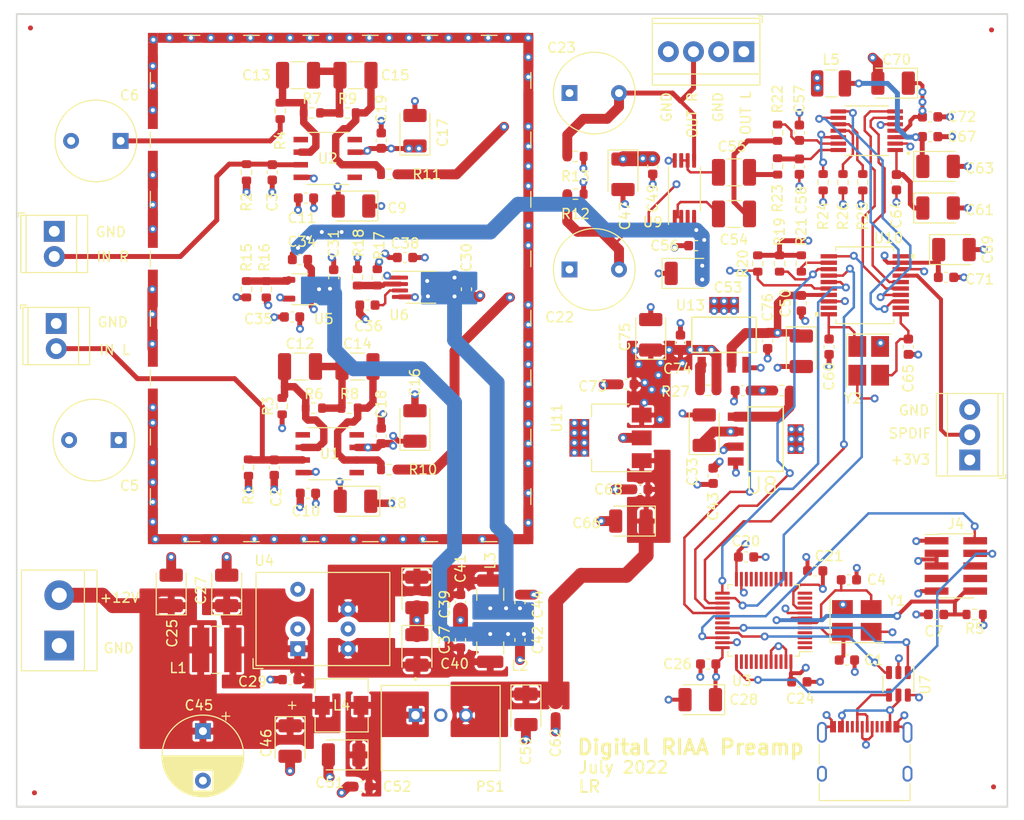
<source format=kicad_pcb>
(kicad_pcb (version 20211014) (generator pcbnew)
  (layers (0 "F.Cu" signal) (1 "In1.Cu" signal) (2 "In2.Cu" signal) (31 "B.Cu" signal) (34 "B.Paste" user) (35 "F.Paste" user) (36 "B.SilkS" user "B.Silkscreen") (37 "F.SilkS" user "F.Silkscreen") (38 "B.Mask" user) (39 "F.Mask" user) (44 "Edge.Cuts" user))
  (net 0 "")
  (net 1 "Net-(C5-Pad1)")
  (net 2 "GND")
  (net 3 "Net-(C6-Pad1)")
  (net 4 "-12VA")
  (net 5 "Net-(C12-Pad1)")
  (net 6 "Net-(C12-Pad2)")
  (net 7 "Net-(C13-Pad1)")
  (net 8 "Net-(C13-Pad2)")
  (net 9 "Net-(C14-Pad2)")
  (net 10 "Net-(C15-Pad2)")
  (net 11 "+12VA")
  (net 12 "Net-(C22-Pad1)")
  (net 13 "PHONO_OUT_L")
  (net 14 "Net-(C23-Pad1)")
  (net 15 "PHONO_OUT_R")
  (net 16 "VCC")
  (net 17 "+3V3")
  (net 18 "+15V")
  (net 19 "-15V")
  (net 20 "+3.3VA")
  (net 21 "+5V")
  (net 22 "Net-(C34-Pad1)")
  (net 23 "Net-(C55-Pad2)")
  (net 24 "Net-(C2-Pad1)")
  (net 25 "Net-(C3-Pad1)")
  (net 26 "SWDIO")
  (net 27 "SWCLK")
  (net 31 "/NRST")
  (net 32 "VBUS")
  (net 35 "USB_D_ESD+")
  (net 36 "USB_D_ESD-")
  (net 39 "Net-(J7-Pad2)")
  (net 40 "MOSI_WM")
  (net 41 "RST_WM")
  (net 42 "Net-(R21-Pad1)")
  (net 43 "Net-(R24-Pad2)")
  (net 44 "Net-(R25-Pad2)")
  (net 45 "Net-(R26-Pad2)")
  (net 46 "Net-(R27-Pad1)")
  (net 53 "+BATT")
  (net 57 "Net-(C1-Pad2)")
  (net 58 "Net-(C4-Pad2)")
  (net 72 "SS_WM")
  (net 73 "SCLK_WM")
  (net 74 "MISO_WM")
  (net 77 "USB_DM")
  (net 78 "USB_DP")
  (net 91 "DOUT_ADC")
  (net 92 "BCK_ADC")
  (net 93 "LRCK_ADC")
  (net 94 "SCKI_ADC")
  (net 96 "Net-(C27-Pad1)")
  (net 97 "Net-(C36-Pad2)")
  (net 98 "Net-(C37-Pad2)")
  (net 99 "Net-(C39-Pad1)")
  (net 100 "Net-(C55-Pad1)")
  (net 101 "Net-(C51-Pad1)")
  (net 102 "Net-(C54-Pad1)")
  (net 103 "Net-(C58-Pad2)")
  (net 104 "Net-(C54-Pad2)")
  (net 105 "Net-(C57-Pad2)")
  (net 106 "Net-(C59-Pad1)")
  (net 107 "Net-(C60-Pad2)")
  (net 108 "Net-(C61-Pad1)")
  (net 109 "Net-(C63-Pad1)")
  (net 110 "Net-(R14-Pad1)")
  (net 111 "Net-(R15-Pad2)")
  (net 112 "Net-(R17-Pad2)")
  (net 114 "Net-(C65-Pad2)")
  (footprint "Capacitor_SMD:C_0603_1608Metric" (layer "F.Cu") (at 204.002651 73.175 90)
    (fp_text reference "C74")
    (fp_text value "100nF")
  )
  (footprint "Capacitor_SMD:C_0603_1608Metric" (layer "F.Cu") (at 169.002651 66.575 90)
    (fp_text reference "C31")
    (fp_text value "100nF")
  )
  (footprint "Resistor_SMD:R_0603_1608Metric" (layer "F.Cu") (at 211.802651 65.175 90)
    (fp_text reference "R20")
    (fp_text value "10k")
  )
  (footprint "Resistor_SMD:R_0603_1608Metric" (layer "F.Cu") (at 163.602651 49.775 90)
    (fp_text reference "R4")
    (fp_text value "127R")
  )
  (footprint "Capacitor_THT:CP_Radial_D8.0mm_P5.00mm" (layer "F.Cu") (at 192.8 65.775)
    (fp_text reference "C22")
    (fp_text value "UES1E101MPM")
  )
  (footprint "MountingHole:MountingHole_3mm" (layer "F.Cu") (at 142 45)
    (fp_text reference "H1" hide)
    (fp_text value "MountingHole")
  )
  (footprint "Capacitor_Tantalum_SMD:CP_EIA-3528-21_Kemet-B" (layer "F.Cu") (at 216.2 74.0375 -90)
    (fp_text reference "C48" hide)
    (fp_text value "10uF")
  )
  (footprint "Fiducial:Fiducial_0.5mm_Mask1mm" (layer "F.Cu") (at 235.6 118)
    (fp_text reference "FID4" hide)
    (fp_text value "Fiducial")
  )
  (footprint "Capacitor_Tantalum_SMD:CP_EIA-3528-21_Kemet-B" (layer "F.Cu") (at 171.202651 89.175 180)
    (fp_text reference "C8")
    (fp_text value "10uF")
  )
  (footprint "Capacitor_SMD:C_1210_3225Metric_Pad1.33x2.70mm_HandSolder" (layer "F.Cu") (at 171.202651 46.175)
    (fp_text reference "C15")
    (fp_text value "7.5nF")
  )
  (footprint "Capacitor_SMD:C_0603_1608Metric" (layer "F.Cu") (at 173.802651 52.775 90)
    (fp_text reference "C19")
    (fp_text value "100nF")
  )
  (footprint "Converter_DCDC:Converter_DCDC_TRACO_TDN_5-xxxxWI_THT" (layer "F.Cu") (at 165.375151 104.0575 90)
    (fp_text reference "U4")
    (fp_text value "TDN 5-0923WI")
  )
  (footprint "Capacitor_THT:CP_Radial_D8.0mm_P5.00mm" (layer "F.Cu") (at 192.8 47.975)
    (fp_text reference "C23")
    (fp_text value "UES1E101MPM")
  )
  (footprint "Resistor_SMD:R_0603_1608Metric" (layer "F.Cu") (at 173.402651 66.575 -90)
    (fp_text reference "R17")
    (fp_text value "?")
  )
  (footprint "Package_TO_SOT_SMD:SOT-223" (layer "F.Cu") (at 196.940151 82.775 180)
    (fp_text reference "U11")
    (fp_text value "LM7805MPX")
  )
  (footprint "Capacitor_SMD:C_0603_1608Metric" (layer "F.Cu") (at 216.002651 51.975 -90)
    (fp_text reference "C57")
    (fp_text value "?")
  )
  (footprint "Capacitor_SMD:C_0603_1608Metric" (layer "F.Cu") (at 207.3 86.6 -90)
    (fp_text reference "C43")
    (fp_text value "100nF")
  )
  (footprint "Inductor_SMD:L_1210_3225Metric" (layer "F.Cu") (at 219.2 47)
    (fp_text reference "L5")
    (fp_text value "10uH")
  )
  (footprint "ul_OPA1655DR:OPA1655DR" (layer "F.Cu") (at 168.602651 84.375)
    (fp_text reference "U1")
    (fp_text value "OPA1655DR" hide)
  )
  (footprint "Capacitor_SMD:C_1210_3225Metric_Pad1.33x2.70mm_HandSolder" (layer "F.Cu") (at 165.402651 46.175)
    (fp_text reference "C13")
    (fp_text value "27nF")
  )
  (footprint "Capacitor_Tantalum_SMD:CP_EIA-3528-21_Kemet-B" (layer "F.Cu") (at 177.402651 104.175 -90)
    (fp_text reference "C37")
    (fp_text value "10uF")
  )
  (footprint "Capacitor_SMD:C_0603_1608Metric" (layer "F.Cu") (at 173.802651 82.575 90)
    (fp_text reference "C18")
    (fp_text value "100nF")
  )
  (footprint "Resistor_SMD:R_0603_1608Metric" (layer "F.Cu") (at 220.402651 56.975 90)
    (fp_text reference "R26")
    (fp_text value "10k")
  )
  (footprint "Capacitor_SMD:C_0603_1608Metric" (layer "F.Cu") (at 162.802651 55.975 -90)
    (fp_text reference "C3")
    (fp_text value "150pF")
  )
  (footprint "Crystal:Crystal_SMD_3225-4Pin_3.2x2.5mm_HandSoldering" (layer "F.Cu") (at 223 75 -90)
    (fp_text reference "Y2")
    (fp_text value "12 MHz")
  )
  (footprint "Capacitor_Tantalum_SMD:CP_EIA-3528-21_Kemet-B" (layer "F.Cu") (at 199.002651 91.175 180)
    (fp_text reference "C66")
    (fp_text value "10uF")
  )
  (footprint "Capacitor_Tantalum_SMD:CP_EIA-3528-21_Kemet-B" (layer "F.Cu") (at 171.002651 59.375 180)
    (fp_text reference "C9")
    (fp_text value "10uF")
  )
  (footprint "Capacitor_SMD:C_0603_1608Metric" (layer "F.Cu") (at 229.202651 50.375)
    (fp_text reference "C72")
    (fp_text value "100nF")
  )
  (footprint "Capacitor_SMD:C_1210_3225Metric_Pad1.33x2.70mm_HandSolder" (layer "F.Cu") (at 209.402651 60.175)
    (fp_text reference "C54")
    (fp_text value "1uF")
  )
  (footprint "Resistor_SMD:R_0603_1608Metric" (layer "F.Cu") (at 170.602651 79.775)
    (fp_text reference "R8")
    (fp_text value "10k")
  )
  (footprint "Capacitor_SMD:C_0603_1608Metric" (layer "F.Cu") (at 166.202651 58.575 180)
    (fp_text reference "C11")
    (fp_text value "100nF")
  )
  (footprint "ul_TCK-176:TCK-176" (layer "F.Cu") (at 169.802651 109.775)
    (fp_text reference "L4")
    (fp_text value "TCK-176" hide)
  )
  (footprint "LP3962EMP-3:SOT150P696X180-5N" (layer "F.Cu") (at 212.6 82.9)
    (fp_text reference "U8")
    (fp_text value "LP3962EMP-3.3")
  )
  (footprint "Capacitor_Tantalum_SMD:CP_EIA-3528-21_Kemet-B" (layer "F.Cu") (at 177.202651 51.775 90)
    (fp_text reference "C17")
    (fp_text value "10uF")
  )
  (footprint "Resistor_SMD:R_0603_1608Metric" (layer "F.Cu") (at 160.402651 85.775 -90)
    (fp_text reference "R1")
    (fp_text value "47k")
  )
  (footprint "Capacitor_SMD:C_0603_1608Metric" (layer "F.Cu") (at 205.602651 63.375 180)
    (fp_text reference "C56")
    (fp_text value "100nF")
  )
  (footprint "Package_QFP:LQFP-48_7x7mm_P0.5mm" (layer "F.Cu") (at 212.4 101.2 180)
    (fp_text reference "U3")
    (fp_text value "STM32F103C8")
  )
  (footprint "Capacitor_SMD:C_0603_1608Metric" (layer "F.Cu") (at 225.802651 56.975 -90)
    (fp_text reference "C64")
    (fp_text value "100nF")
  )
  (footprint "Capacitor_SMD:C_0603_1608Metric" (layer "F.Cu") (at 198.540151 77.375 180)
    (fp_text reference "C73")
    (fp_text value "100nF")
  )
  (footprint "Capacitor_SMD:C_0603_1608Metric" (layer "F.Cu") (at 229.8 100.6)
    (fp_text reference "C7")
    (fp_text value "100nF")
  )
  (footprint "Capacitor_Tantalum_SMD:CP_EIA-3528-21_Kemet-B" (layer "F.Cu") (at 177.202651 81.575 90)
    (fp_text reference "C16")
    (fp_text value "10uF")
  )
  (footprint "Capacitor_SMD:C_0603_1608Metric" (layer "F.Cu") (at 164.802651 70.575)
    (fp_text reference "C35")
    (fp_text value "100nF")
  )
  (footprint "Resistor_SMD:R_0603_1608Metric" (layer "F.Cu") (at 206.802651 77.975)
    (fp_text reference "R27")
    (fp_text value "10k")
  )
  (footprint "Resistor_SMD:R_0603_1608Metric" (layer "F.Cu") (at 218.402651 56.975 90)
    (fp_text reference "R24")
    (fp_text value "10k")
  )
  (footprint "Capacitor_SMD:C_0603_1608Metric" (layer "F.Cu") (at 187.802651 103.175 -90)
    (fp_text reference "C42")
    (fp_text value "100nF")
  )
  (footprint "Capacitor_Tantalum_SMD:CP_EIA-3528-21_Kemet-B" (layer "F.Cu") (at 188.402651 110.175 -90)
    (fp_text reference "C59")
    (fp_text value "10uF")
  )
  (footprint "TerminalBlock_TE-Connectivity:TerminalBlock_TE_282834-2_1x02_P2.54mm_Horizontal" (layer "F.Cu") (at 141 71.23 -90)
    (fp_text reference "J1" hide)
    (fp_text value "Phono IN_L")
  )
  (footprint "Package_TO_SOT_SMD:TSOT-23-5" (layer "F.Cu") (at 165.602651 67.775 180)
    (fp_text reference "U5")
    (fp_text value "LT1964-BYP")
  )
  (footprint "Capacitor_SMD:C_0603_1608Metric" (layer "F.Cu") (at 201.202651 55.375 -90)
    (fp_text reference "C49")
    (fp_text value "100nF")
  )
  (footprint "TerminalBlock_TE-Connectivity:TerminalBlock_TE_282834-4_1x04_P2.54mm_Horizontal" (layer "F.Cu") (at 210.4 43.8 180)
    (fp_text reference "J3" hide)
    (fp_text value "ANALOG_OUT")
  )
  (footprint "Resistor_SMD:R_0603_1608Metric" (layer "F.Cu") (at 171.402651 66.575 90)
    (fp_text reference "R18")
    (fp_text value "?")
  )
  (footprint "Capacitor_Tantalum_SMD:CP_EIA-3528-21_Kemet-B" (layer "F.Cu") (at 230.002651 55.375)
    (fp_text reference "C63")
    (fp_text value "10uF")
  )
  (footprint "Capacitor_SMD:C_0603_1608Metric" (layer "F.Cu") (at 191.402651 110.175 -90)
    (fp_text reference "C62")
    (fp_text value "100nF")
  )
  (footprint "PCM1808PW:SOP65P640X120-14N" (layer "F.Cu") (at 222.802651 51.775 180)
    (fp_text reference "U12" hide)
    (fp_text value "PCM1808PW")
  )
  (footprint "Package_TO_SOT_SMD:SOT-23-6" (layer "F.Cu") (at 226 107.6 -90)
    (fp_text reference "U7")
    (fp_text value "USBLC6-4SC6")
  )
  (footprint "Capacitor_Tantalum_SMD:CP_EIA-3528-21_Kemet-B" (layer "F.Cu") (at 206 109.2 180)
    (fp_text reference "C28")
    (fp_text value "47uF")
  )
  (footprint "Resistor_SMD:R_0603_1608Metric" (layer "F.Cu") (at 174.602651 56.175)
    (fp_text reference "R11")
    (fp_text value "100R")
  )
  (footprint "Capacitor_SMD:C_0603_1608Metric" (layer "F.Cu") (at 172.402651 69.375)
    (fp_text reference "C36")
    (fp_text value "100nF")
  )
  (footprint "Crystal:Crystal_SMD_3225-4Pin_3.2x2.5mm_HandSoldering" (layer "F.Cu") (at 221.8 101.2)
    (fp_text reference "Y1")
    (fp_text value "16 MHz")
  )
  (footprint "Capacitor_Tantalum_SMD:CP_EIA-3528-21_Kemet-B" (layer "F.Cu") (at 170.002651 114.775 180)
    (fp_text reference "C51")
    (fp_text value "10uF")
  )
  (footprint "Capacitor_SMD:C_0603_1608Metric" (layer "F.Cu") (at 210.3 78 180)
    (fp_text reference "C32" hide)
    (fp_text value "100nF")
  )
  (footprint "ul_OPA1655DR:OPA1655DR" (layer "F.Cu") (at 168.402651 54.575)
    (fp_text reference "U2")
    (fp_text value "OPA1655DR" hide)
  )
  (footprint "TerminalBlock_TE-Connectivity:TerminalBlock_TE_282834-2_1x02_P2.54mm_Horizontal" (layer "F.Cu") (at 140.8 61.93 -90)
    (fp_text reference "J2" hide)
    (fp_text value "Phono IN_R")
  )
  (footprint "Inductor_SMD:L_1210_3225Metric" (layer "F.Cu") (at 184.802651 103.975 90)
    (fp_text reference "L2")
    (fp_text value "10uH")
  )
  (footprint "Resistor_SMD:R_0603_1608Metric" (layer "F.Cu") (at 174.602651 85.975)
    (fp_text reference "R10")
    (fp_text value "100R")
  )
  (footprint "Resistor_SMD:R_0603_1608Metric" (layer "F.Cu") (at 193.402651 54.375)
    (fp_text reference "R13")
    (fp_text value "100kR")
  )
  (footprint "ul_WM8804GEDS:WM8804GEDS" (layer "F.Cu") (at 222.602651 67.375)
    (fp_text reference "U10")
    (fp_text value "WM8804GEDS" hide)
  )
  (footprint "Resistor_SMD:R_0603_1608Metric" (layer "F.Cu") (at 222.402651 56.975 90)
    (fp_text reference "R25")
    (fp_text value "10k")
  )
  (footprint "Capacitor_SMD:C_0603_1608Metric" (layer "F.Cu") (at 165.602651 64.775 180)
    (fp_text reference "C34")
    (fp_text value "100nF")
  )
  (footprint "Capacitor_SMD:C_0603_1608Metric" (layer "F.Cu") (at 216.202651 69.175 -90)
    (fp_text reference "C50")
    (fp_text value "100nF")
  )
  (footprint "Resistor_SMD:R_0603_1608Metric" (layer "F.Cu") (at 162.202651 67.775 -90)
    (fp_text reference "R16")
    (fp_text value "?")
  )
  (footprint "TSR_0:CONV_TSR_0.6-4833WI" (layer "F.Cu") (at 179.802651 112.0625)
    (fp_text reference "PS1")
    (fp_text value "TSR 0.6-4865WI")
  )
  (footprint "Resistor_SMD:R_0603_1608Metric" (layer "F.Cu") (at 213.802651 51.975 90)
    (fp_text reference "R22")
    (fp_text value "?")
  )
  (footprint "Resistor_SMD:R_0603_1608Metric" (layer "F.Cu") (at 160.202651 67.775 90)
    (fp_text reference "R15")
    (fp_text value "?")
  )
  (footprint "Connector_USB:USB_C_Receptacle_XKB_U262-16XN-4BVC11" (layer "F.Cu") (at 222.6 115.6)
    (fp_text reference "J5" hide)
    (fp_text value "USB_C")
  )
  (footprint "Resistor_SMD:R_0603_1608Metric" (layer "F.Cu") (at 163.802651 79.575 90)
    (fp_text reference "R3")
    (fp_text value "127R")
  )
  (footprint "Capacitor_Tantalum_SMD:CP_EIA-3528-21_Kemet-B" (layer "F.Cu") (at 201.002651 72.375 90)
    (fp_text reference "C75")
    (fp_text value "10uF")
  )
  (footprint "Connector_PinHeader_1.27mm:PinHeader_2x05_P1.27mm_Vertical_SMD" (layer "F.Cu") (at 231.8 95.7)
    (fp_text reference "J4")
    (fp_text value "JTAG")
  )
  (footprint "Inductor_SMD:L_1210_3225Metric" (layer "F.Cu") (at 184.802651 98.575 -90)
    (fp_text reference "L3")
    (fp_text value "10uH")
  )
  (footprint "Capacitor_SMD:C_0603_1608Metric" (layer "F.Cu") (at 221 97.1 180)
    (fp_text reference "C4")
    (fp_text value "30pF")
  )
  (footprint "Capacitor_SMD:C_0603_1608Metric" (layer "F.Cu") (at 210.625 94.8 180)
    (fp_text reference "C20")
    (fp_text value "100nF")
  )
  (footprint "Capacitor_SMD:C_0603_1608Metric" (layer "F.Cu") (at 199.940151 87.975 180)
    (fp_text reference "C68")
    (fp_text value "100nF")
  )
  (footprint "Capacitor_SMD:C_0603_1608Metric" (layer "F.Cu") (at 171.802651 117.975 180)
    (fp_text reference "C52")
    (fp_text value "100nF")
  )
  (footprint "Capacitor_Tantalum_SMD:CP_EIA-3528-21_Kemet-B" (layer "F.Cu") (at 158.202651 98.175 90)
    (fp_text reference "C27")
    (fp_text value "10uF")
  )
  (footprint "Resistor_SMD:R_0603_1608Metric" (layer "F.Cu") (at 216.202651 65.175 90)
    (fp_text reference "R21")
    (fp_text value "10k")
  )
  (footprint "Capacitor_SMD:C_0603_1608Metric" (layer "F.Cu") (at 206.8 105.6)
    (fp_text reference "C26")
    (fp_text value "100nF")
  )
  (footprint "Capacitor_SMD:C_1210_3225Metric_Pad1.33x2.70mm_HandSolder" (layer "F.Cu") (at 165.602651 75.575)
    (fp_text reference "C12")
    (fp_text value "27nF")
  )
  (footprint "Capacitor_THT:CP_Radial_D8.0mm_P5.00mm" (layer "F.Cu") (at 147.3 83 180)
    (fp_text reference "C5")
    (fp_text value "UES1E101MPM")
  )
  (footprint "Capacitor_SMD:C_1210_3225Metric_Pad1.33x2.70mm_HandSolder" (layer "F.Cu") (at 209.402651 55.975)
    (fp_text reference "C55")
    (fp_text value "1uF")
  )
  (footprint "TerminalBlock_TE-Connectivity:TerminalBlock_TE_282834-3_1x03_P2.54mm_Horizontal" (layer "F.Cu") (at 233.2 85 90)
    (fp_text reference "J7" hide)
    (fp_text value "SPDIF_OUT")
  )
  (footprint "Fiducial:Fiducial_0.5mm_Mask1mm" (layer "F.Cu") (at 138.4 41.4)
    (fp_text reference "FID3" hide)
    (fp_text value "Fiducial")
  )
  (footprint "Capacitor_Tantalum_SMD:CP_EIA-3528-21_Kemet-B" (layer "F.Cu") (at 152.602651 98.175 90)
    (fp_text reference "C25")
    (fp_text value "10uF")
  )
  (footprint "Capacitor_Tantalum_SMD:CP_EIA-3528-21_Kemet-B" (layer "F.Cu") (at 204.602651 66.175)
    (fp_text reference "C53")
    (fp_text value "10uF")
  )
  (footprint "Capacitor_THT:CP_Radial_D8.0mm_P5.00mm" (layer "F.Cu") (at 147.5 52.8 180)
    (fp_text reference "C6")
    (fp_text value "UES1E101MPM")
  )
  (footprint "Capacitor_THT:CP_Radial_D8.0mm_P5.00mm" (layer "F.Cu") (at 155.802651 112.375 -90)
    (fp_text reference "C45")
    (fp_text value "100uF - 25V")
  )
  (footprint "RF_Shielding:Laird_Technologies_BMI-S-230-F_50.8x38.1mm" (layer "F.Cu") (at 169.7 67.7 90)
    (fp_text reference "SHIELD1" hide)
    (fp_text value "BMI-S-230")
  )
  (footprint "Resistor_SMD:R_0603_1608Metric" (layer "F.Cu") (at 214.2 78 180)
    (fp_text reference "R14" hide)
    (fp_text value "10k")
  )
  (footprint "Resistor_SMD:R_0603_1608Metric" (layer "F.Cu") (at 214.002651 65.175 90)
    (fp_text reference "R19")
    (fp_text value "10k")
  )
  (footprint "Capacitor_SMD:C_0603_1608Metric" (layer "F.Cu") (at 163.002651 85.775 -90)
    (fp_text reference "C2")
    (fp_text value "150pF")
  )
  (footprint "Resistor_SMD:R_0603_1608Metric" (layer "F.Cu") (at 167.002651 79.775)
    (fp_text reference "R6")
    (fp_text value "118k")
  )
  (footprint "ul_TCK-132:TCK-132" (layer "F.Cu") (at 157.202651 104.175)
    (fp_text reference "L1")
    (fp_text value "TCK-132" hide)
  )
  (footprint "Capacitor_Tantalum_SMD:CP_EIA-3528-21_Kemet-B" (layer "F.Cu") (at 198.202651 56.175 -90)
    (fp_text reference "C47")
    (fp_text value "10uF")
  )
  (footprint "Capacitor_SMD:C_0603_1608Metric" (layer "F.Cu") (at 219.002651 73.575 90)
    (fp_text reference "C60")
    (fp_text value "15 pF")
  )
  (footprint "Capacitor_SMD:C_1210_3225Metric_Pad1.33x2.70mm_HandSolder" (layer "F.Cu") (at 171.402651 75.575)
    (fp_text reference "C14")
    (fp_text value "7.5nF")
  )
  (footprint "Capacitor_Tantalum_SMD:CP_EIA-3528-21_Kemet-B" (layer "F.Cu") (at 164.602651 113.375 -90)
    (fp_text reference "C46")
    (fp_text value "10uF")
  )
  (footprint "Capacitor_SMD:C_0603_1608Metric" (layer "F.Cu") (at 216.002651 55.4 90)
    (fp_text reference "C58")
    (fp_text value "?")
  )
  (footprint "Capacitor_Tantalum_SMD:CP_EIA-3528-21_Kemet-B" (layer "F.Cu") (at 230.002651 59.575)
    (fp_text reference "C61")
    (fp_text value "10uF")
  )
  (footprint "Capacitor_SMD:C_0603_1608Metric" (layer "F.Cu") (at 220.8 105.2 180)
    (fp_text reference "C1")
    (fp_text value "30pF")
  )
  (footprint "Resistor_SMD:R_0603_1608Metric" (layer "F.Cu") (at 170.402651 49.975)
    (fp_text reference "R9")
    (fp_text value "10k")
  )
  (footprint "Capacitor_SMD:C_0603_1608Metric" (layer "F.Cu") (at 216 107.4 180)
    (fp_text reference "C24")
    (fp_text value "100nF")
  )
  (footprint "Capacitor_SMD:C_0603_1608Metric" (layer "F.Cu") (at 230.802651 66.575)
    (fp_text reference "C71")
    (fp_text value "100nF")
  )
  (footprint "Resistor_SMD:R_0603_1608Metric" (layer "F.Cu") (at 193.402651 58.175)
    (fp_text reference "R12")
    (fp_text value "100kR")
  )
  (footprint "MountingHole:MountingHole_3mm" (layer "F.Cu") (at 232 115)
    (fp_text reference "H3" hide)
    (fp_text value "MountingHole")
  )
  (footprint "Capacitor_SMD:C_0603_1608Metric" (layer "F.Cu") (at 164.602651 107.175 180)
    (fp_text reference "C29")
    (fp_text value "100nF")
  )
  (footprint "Capacitor_SMD:C_0603_1608Metric" (layer "F.Cu") (at 217.6 96.2)
    (fp_text reference "C21")
    (fp_text value "100nF")
  )
  (footprint "TerminalBlock:TerminalBlock_bornier-2_P5.08mm" (layer "F.Cu") (at 141.3 103.74 90)
    (fp_text reference "J6" hide)
    (fp_text value "Power Supply" hide)
  )
  (footprint "Capacitor_SMD:C_0603_1608Metric" (layer "F.Cu") (at 227.002651 73.575 90)
    (fp_text reference "C65")
    (fp_text value "15 pF")
  )
  (footprint "LP3962EMP-3:SOT150P696X180-5N" (layer "F.Cu") (at 208.402651 72.375 90)
    (fp_text reference "U13")
    (fp_text value "LP3962EMP-3.3")
  )
  (footprint "Capacitor_SMD:C_0603_1608Metric" (layer "F.Cu") (at 176.202651 64.575)
    (fp_text reference "C38")
    (fp_text value "100nF")
  )
  (footprint "Capacitor_SMD:C_0603_1608Metric" (layer "F.Cu") (at 229.202651 52.375)
    (fp_text reference "C67")
    (fp_text value "100nF")
  )
  (footprint "Package_SO:TSSOP-8_4.4x3mm_P0.65mm" (layer "F.Cu") (at 204.402651 57.6375 90)
    (fp_text reference "U9")
    (fp_text value "TL072")
  )
  (footprint "Capacitor_SMD:C_0603_1608Metric" (layer "F.Cu") (at 187.802651 99.375 90)
    (fp_text reference "C44")
    (fp_text value "100nF")
  )
  (footprint "Resistor_SMD:R_0603_1608Metric" (layer "F.Cu") (at 160.202651 55.975 -90)
    (fp_text reference "R2")
    (fp_text value "47k")
  )
  (footprint "Capacitor_SMD:C_0603_1608Metric" (layer "F.Cu") (at 181.802651 103.175 90)
    (fp_text reference "C40")
    (fp_text value "100nF")
  )
  (footprint "Capacitor_SMD:C_0603_1608Metric" (layer "F.Cu") (at 181.802651 99.375 -90)
    (fp_text reference "C41")
    (fp_text value "100nF")
  )
  (footprint "Capacitor_SMD:C_0603_1608Metric" (layer "F.Cu") (at 166.402651 88.375 180)
    (fp_text reference "C10")
    (fp_text value "100nF")
  )
  (footprint "MountingHole:MountingHole_3mm" (layer "F.Cu") (at 232 45)
    (fp_text reference "H2" hide)
    (fp_text value "MountingHole")
  )
  (footprint "Package_SO:MSOP-8_3x3mm_P0.65mm" (layer "F.Cu") (at 177.802651 67.575)
    (fp_text reference "U6")
    (fp_text value "LT1962")
  )
  (footprint "Resistor_SMD:R_0603_1608Metric" (layer "F.Cu") (at 166.802651 49.975)
    (fp_text reference "R7")
    (fp_text value "118k")
  )
  (footprint "Resistor_SMD:R_0603_1608Metric" (layer "F.Cu") (at 233.7 100.6 180)
    (fp_text reference "R5")
    (fp_text value "10k")
  )
  (footprint "Capacitor_SMD:C_0603_1608Metric" (layer "F.Cu") (at 182.402651 67.775 -90)
    (fp_text reference "C30")
    (fp_text value "100nF")
  )
  (footprint "Fiducial:Fiducial_0.5mm_Mask1mm" (layer "F.Cu") (at 235.4 41.6)
    (fp_text reference "FID1" hide)
    (fp_text value "Fiducial")
  )
  (footprint "MountingHole:MountingHole_3mm" (layer "F.Cu") (at 142 115)
    (fp_text reference "H4" hide)
    (fp_text value "MountingHole")
  )
  (footprint "Capacitor_Tantalum_SMD:CP_EIA-3528-21_Kemet-B" (layer "F.Cu") (at 206.4 82 90)
    (fp_text reference "C33")
    (fp_text value "10uF")
  )
  (footprint "Capacitor_Tantalum_SMD:CP_EIA-3528-21_Kemet-B" (layer "F.Cu") (at 225.4625 46.975 180)
    (fp_text reference "C70")
    (fp_text value "10uF")
  )
  (footprint "Capacitor_SMD:C_0603_1608Metric" (layer "F.Cu") (at 212.802651 72.975 -90)
    (fp_text reference "C76")
    (fp_text value "100nF")
  )
  (footprint "Fiducial:Fiducial_0.5mm_Mask1mm" (layer "F.Cu") (at 138.8 118.6)
    (fp_text reference "FID2" hide)
    (fp_text value "Fiducial" hide)
  )
  (footprint "Resistor_SMD:R_0603_1608Metric" (layer "F.Cu") (at 213.802651 55.375 90)
    (fp_text reference "R23")
    (fp_text value "?")
  )
  (footprint "Capacitor_Tantalum_SMD:CP_EIA-3528-21_Kemet-B" (layer "F.Cu") (at 177.402651 98.375 -90)
    (fp_text reference "C39")
    (fp_text value "10uF")
  )
  (footprint "Capacitor_Tantalum_SMD:CP_EIA-3528-21_Kemet-B" (layer "F.Cu") (at 231.602651 63.775)
    (fp_text reference "C69")
    (fp_text value "10uF")
  )
  (gr_line locked (start 137 40) (end 137 120) (layer "Edge.Cuts") (width 0.15))
  (gr_line locked (start 237 120) (end 237 40) (layer "Edge.Cuts") (width 0.15))
  (gr_line (start 137 120) (end 237 120) (layer "Edge.Cuts") (width 0.2))
  (gr_line locked (start 137 40) (end 237 40) (layer "Edge.Cuts") (width 0.15))
  (gr_text "July 2022\nLR" (at 193.6 117) (layer "F.SilkS") (effects (font (size 1.2 1.2) (thickness 0.2)) (justify left)))
  (gr_text "OUT L" (at 210.6 50 90) (layer "F.SilkS") (effects (font (size 1 1))))
  (gr_text "GND" (at 227.575 80) (layer "F.SilkS") (effects (font (size 1 1))))
  (gr_text "SPDIF" (at 227.15 82.325) (layer "F.SilkS") (effects (font (size 1 1))))
  (gr_text "IN L" (at 146.9 73.9) (layer "F.SilkS") (effects (font (size 1 1))))
  (gr_text "OUT R" (at 205.2 50.2 90) (layer "F.SilkS") (effects (font (size 1 1))))
  (gr_text "GND" (at 146.5 62) (layer "F.SilkS") (effects (font (size 1 1))))
  (gr_text "GND" (at 202.6 49.4 90) (layer "F.SilkS") (effects (font (size 1 1))))
  (gr_text "Digital RIAA Preamp " (at 205.6 114) (layer "F.SilkS") (effects (font (size 1.5 1.5) (thickness 0.3))))
  (gr_text "+3V3" (at 227.2 84.975) (layer "F.SilkS") (effects (font (size 1 1))))
  (gr_text "+12V" (at 147.4 98.9) (layer "F.SilkS") (effects (font (size 1 1))))
  (gr_text "IN R" (at 146.7 64.5) (layer "F.SilkS") (effects (font (size 1 1))))
  (gr_text "GND" (at 207.8 49.4 90) (layer "F.SilkS") (effects (font (size 1 1))))
  (gr_text "GND" (at 146.7 71.1) (layer "F.SilkS") (effects (font (size 1 1))))
  (gr_text "GND" (at 147.3 104) (layer "F.SilkS") (effects (font (size 1 1))))
  (segment (start 163.8 81.8) (end 163.8 80.402651) (width 0.5) (layer "F.Cu") (net 1))
  (segment (start 163.8 80.402651) (end 163.802651 80.4) (width 0.5) (layer "F.Cu") (net 1))
  (via (at 163.8 81.8) (size 0.8) (drill 0.4) (layers "F.Cu" "B.Cu") (net 1))
  (segment (start 209.525 78.975) (end 209.4 79.1) (width 0.5) (layer "F.Cu") (net 2))
  (segment (start 229.85 98.24) (end 228.26 98.24) (width 0.4) (layer "F.Cu") (net 2))
  (segment (start 168.6 42.4) (end 170.6 42.4) (width 1) (layer "F.Cu") (net 2))
  (segment (start 161 93) (end 157 93) (width 1) (layer "F.Cu") (net 2))
  (segment (start 176 93) (end 174 93) (width 1) (layer "F.Cu") (net 2))
  (segment (start 166 93) (end 163 93) (width 1) (layer "F.Cu") (net 2))
  (segment (start 219.25 111.93) (end 219.25 111.25) (width 0.25) (layer "F.Cu") (net 2))
  (segment (start 221.575 105.2) (end 221.575 106.375) (width 0.4) (layer "F.Cu") (net 2))
  (segment (start 184 93) (end 181 93) (width 1) (layer "F.Cu") (net 2))
  (segment (start 197.765151 77.375) (end 196.302651 77.375) (width 1) (layer "F.Cu") (net 2))
  (segment (start 201.002651 70.8375) (end 201.002651 69.575) (width 0.5) (layer "F.Cu") (net 2))
  (segment (start 172.6 42.4) (end 174.6 42.4) (width 1) (layer "F.Cu") (net 2))
  (segment (start 150.75 59.25) (end 150.75 61.7) (width 1) (layer "F.Cu") (net 2))
  (segment (start 171 93) (end 168 93) (width 1) (layer "F.Cu") (net 2))
  (segment (start 177.177651 68.55) (end 177.202651 68.575) (width 0.5) (layer "F.Cu") (net 2))
  (segment (start 218.402651 57.8) (end 218.402651 58.975) (width 0.25) (layer "F.Cu") (net 2))
  (segment (start 210.965651 75.7) (end 210.663251 75.3976) (width 0.5) (layer "F.Cu") (net 2))
  (segment (start 208.2375 103.45) (end 209.65 103.45) (width 0.25) (layer "F.Cu") (net 2))
  (segment (start 194.227651 58.175) (end 194.227651 57) (width 0.5) (layer "F.Cu") (net 2))
  (segment (start 216.5625 100.45) (end 214.85 100.45) (width 0.25) (layer "F.Cu") (net 2))
  (segment (start 223.25 102.35) (end 225.35 102.35) (width 0.25) (layer "F.Cu") (net 2))
  (segment (start 174 93) (end 171 93) (width 1) (layer "F.Cu") (net 2))
  (segment (start 214.65 104.15) (end 214.3 103.8) (width 0.25) (layer "F.Cu") (net 2))
  (segment (start 165.577651 71.75) (end 165.602651 71.775) (width 0.5) (layer "F.Cu") (net 2))
  (segment (start 160.6 42.4) (end 162.6 42.4) (width 1) (layer "F.Cu") (net 2))
  (segment (start 225.672651 51.125) (end 224.277151 51.125) (width 0.25) (layer "F.Cu") (net 2))
  (segment (start 165.427651 58.575) (end 165.427651 59.75) (width 0.5) (layer "F.Cu") (net 2))
  (segment (start 186.6 42.4) (end 188.65 42.4) (width 1) (layer "F.Cu") (net 2))
  (segment (start 209.525 78) (end 209.525 78.975) (width 0.5) (layer "F.Cu") (net 2))
  (segment (start 188.65 63.35) (end 188.65 69.35) (width 1) (layer "F.Cu") (net 2))
  (segment (start 171.402651 65.75) (end 171.402651 64.575) (width 0.5) (layer "F.Cu") (net 2))
  (segment (start 150.75 49.7) (end 150.75 47.25) (width 1) (layer "F.Cu") (net 2))
  (segment (start 181.802651 100.15) (end 181.802651 101.175) (width 1.5) (layer "F.Cu") (net 2))
  (segment (start 204.4625 109.2) (end 202.8 109.2) (width 0.4) (layer "F.Cu") (net 2))
  (segment (start 166.740151 68.725) (end 166.740151 69.540151) (width 0.5) (layer "F.Cu") (net 2))
  (segment (start 211.4 94.8) (end 212.6 94.8) (width 0.25) (layer "F.Cu") (net 2))
  (segment (start 231.540151 55.375) (end 233.002651 55.375) (width 0.5) (layer "F.Cu") (net 2))
  (segment (start 188.65 75.35) (end 188.65 77.35) (width 1) (layer "F.Cu") (net 2))
  (segment (start 212.1 75.7) (end 210.965651 75.7) (width 0.5) (layer "F.Cu") (net 2))
  (segment (start 205.725 87.475) (end 205.7 87.5) (width 0.5) (layer "F.Cu") (net 2))
  (segment (start 181 93) (end 178 93) (width 1) (layer "F.Cu") (net 2))
  (segment (start 188.65 44.35) (end 188.65 46.35) (width 1) (layer "F.Cu") (net 2))
  (segment (start 163.002651 86.55) (end 163.002651 87.975) (width 0.75) (layer "F.Cu") (net 2))
  (segment (start 229.977651 52.375) (end 231.402651 52.375) (width 0.5) (layer "F.Cu") (net 2))
  (segment (start 229.977651 50.375) (end 231.202651 50.375) (width 0.5) (layer "F.Cu") (net 2))
  (segment (start 220.577653 68.999998) (end 220.602651 68.975) (width 0.25) (layer "F.Cu") (net 2))
  (segment (start 173.802651 52) (end 173.802651 50.775) (width 0.5) (layer "F.Cu") (net 2))
  (segment (start 204.827651 63.375) (end 203.602651 63.375) (width 0.5) (layer "F.Cu") (net 2))
  (segment (start 152.6 96.634849) (end 152.602651 96.6375) (width 1) (layer "F.Cu") (net 2))
  (segment (start 188.65 91.35) (end 188.65 93) (width 1) (layer "F.Cu") (net 2))
  (segment (start 177.202651 50.2375) (end 177.202651 48.775) (width 0.5) (layer "F.Cu") (net 2))
  (segment (start 216.2 75.575) (end 213.925 75.575) (width 0.5) (layer "F.Cu") (net 2))
  (segment (start 213.6 103.8) (end 213.15 104.25) (width 0.25) (layer "F.Cu") (net 2))
  (segment (start 222.2 78.8) (end 221.85 78.45) (width 0.25) (layer "F.Cu") (net 2))
  (segment (start 173.802651 80.575) (end 174.002651 80.375) (width 0.75) (layer "F.Cu") (net 2))
  (segment (start 224.277151 51.125) (end 224.202651 51.1995) (width 0.25) (layer "F.Cu") (net 2))
  (segment (start 151 93) (end 150.75 93) (width 1) (layer "F.Cu") (net 2))
  (segment (start 188.65 93) (end 186 93) (width 1) (layer "F.Cu") (net 2))
  (segment (start 150.75 55.7) (end 150.75 56.25) (width 1) (layer "F.Cu") (net 2))
  (segment (start 210.15 97.0375) (end 210.15 98.15) (width 0.25) (layer "F.Cu") (net 2))
  (segment (start 210.15 98.15) (end 210.4 98.4) (width 0.25) (layer "F.Cu") (net 2))
  (segment (start 188.402651 113.197349) (end 188.4 113.2) (width 1) (layer "F.Cu") (net 2))
  (segment (start 226.902651 53.075) (end 227.202651 53.375) (width 0.25) (layer "F.Cu") (net 2))
  (segment (start 206.4 80.4625) (end 204.3625 80.4625) (width 0.5) (layer "F.Cu") (net 2))
  (segment (start 150.75 93) (end 150.75 91.25) (width 1) (layer "F.Cu") (net 2))
  (segment (start 213.15 104.25) (end 213.15 105.3625) (width 0.25) (layer "F.Cu") (net 2))
  (segment (start 227.002651 74.35) (end 227.977651 74.35) (width 0.5) (layer "F.Cu") (net 2))
  (segment (start 170.6 42.4) (end 172.6 42.4) (width 1) (layer "F.Cu") (net 2))
  (segment (start 166.6 42.4) (end 168.6 42.4) (width 1) (layer "F.Cu") (net 2))
  (segment (start 229.025 100.6) (end 227.8 100.6) (width 0.4) (layer "F.Cu") (net 2))
  (segment (start 174.6 42.4) (end 176.6 42.4) (width 1) (layer "F.Cu") (net 2))
  (segment (start 226 106.4625) (end 226 105.075) (width 0.25) (layer "F.Cu") (net 2))
  (segment (start 221.775 95.925) (end 221.8 95.9) (width 0.4) (layer "F.Cu") (net 2))
  (segment (start 163.827651 107.175) (end 162.602651 107.175) (width 0.75) (layer "F.Cu") (net 2))
  (segment (start 218.970451 68.999998) (end 220.577653 68.999998) (width 0.25) (layer "F.Cu") (net 2))
  (segment (start 188.65 59.35) (end 188.65 61.35) (width 1) (layer "F.Cu") (net 2))
  (segment (start 198.202651 57.7125) (end 198.202651 58.975) (width 0.5) (layer "F.Cu") (net 2))
  (segment (start 188.65 69.35) (end 188.65 71.35) (width 1) (layer "F.Cu") (net 2))
  (segment (start 160.202651 68.6) (end 159.227651 68.6) (width 0.5) (layer "F.Cu") (net 2))
  (segment (start 180.6 42.4) (end 182.6 42.4) (width 1) (layer "F.Cu") (net 2))
  (segment (start 209.65 103.45) (end 209.7 103.4) (width 0.25) (layer "F.Cu") (net 2))
  (segment (start 157 93) (end 154 93) (width 1) (layer "F.Cu") (net 2))
  (segment (start 226 105.075) (end 226.05 105.025) (width 0.25) (layer "F.Cu") (net 2))
  (segment (start 207.2 87.475) (end 205.725 87.475) (width 0.5) (layer "F.Cu") (net 2))
  (segment (start 216.202651 70.575) (end 216.602651 70.975) (width 0.5) (layer "F.Cu") (net 2))
  (segment (start 204.3625 80.4625) (end 204.2 80.3) (width 0.5) (layer "F.Cu") (net 2))
  (segment (start 169.002651 65.8) (end 169.002651 64.775) (width 0.5) (layer "F.Cu") (net 2))
  (segment (start 216.775 107.4) (end 218.1 107.4) (width 0.4) (layer "F.Cu") (net 2))
  (segment (start 169.002651 64.775) (end 168.802651 64.575) (width 0.5) (layer "F.Cu") (net 2))
  (segment (start 188.65 61.35) (end 188.65 63.35) (width 1) (layer "F.Cu") (net 2))
  (segment (start 198.202651 58.975) (end 198.402651 59.175) (width 0.5) (layer "F.Cu") (net 2))
  (segment (start 150.702651 67.775) (end 150.702651 70.297349) (width 1) (layer "F.Cu") (net 2))
  (segment (start 162.802651 56.75) (end 162.802651 57.975) (width 0.5) (layer "F.Cu") (net 2))
  (segment (start 150.75 85.25) (end 150.75 81.25) (width 1) (layer "F.Cu") (net 2))
  (segment (start 164.602651 116.397349) (end 164.6 116.4) (width 1) (layer "F.Cu") (net 2))
  (segment (start 225.95 111.93) (end 225.95 111.425) (width 0.25) (layer "F.Cu") (net 2))
  (segment (start 165.577651 70.575) (end 165.577651 71.75) (width 0.5) (layer "F.Cu") (net 2))
  (segment (start 218.845 111.93) (end 218.28 112.495) (width 0.25) (layer "F.Cu") (net 2))
  (segment (start 221.575 106.375) (end 221.6 106.4) (width 0.25) (layer "F.Cu") (net 2))
  (segment (start 188.65 85.35) (end 188.65 88.35) (width 1) (layer "F.Cu") (net 2))
  (segment (start 164.602651 114.9125) (end 164.602651 116.397349) (width 1) (layer "F.Cu") (net 2))
  (segment (start 182.402651 68.55) (end 183.65 68.55) (width 1) (layer "F.Cu") (net 2))
  (segment (start 226.234851 65.750002) (end 228.377653 65.750002) (width 0.25) (layer "F.Cu") (net 2))
  (segment (start 166.740151 69.540151) (end 167 69.8) (width 0.5) (layer "F.Cu") (net 2))
  (segment (start 188.65 55.35) (end 188.65 57.35) (width 1) (layer "F.Cu") (net 2))
  (segment (start 200.090151 82.775) (end 198.202651 82.775) (width 1) (layer "F.Cu") (net 2))
  (segment (start 172.740151 89.375) (end 174.802651 89.375) (width 0.75) (layer "F.Cu") (net 2))
  (segment (start 152.425 42.4) (end 154.6 42.4) (width 1) (layer "F.Cu") (net 2))
  (segment (start 150.702651 70.297349) (end 150.702651 73.297349) (width 1) (layer "F.Cu") (net 2))
  (segment (start 233.140151 63.775) (end 234.602651 63.775) (width 0.5) (layer "F.Cu") (net 2))
  (segment (start 165.627651 89.75) (end 165.602651 89.775) (width 0.75) (layer "F.Cu") (net 2))
  (segment (start 188.65 42.4) (end 188.65 44.35) (width 1) (layer "F.Cu") (net 2))
  (segment (start 160.202651 56.8) (end 160.202651 57.975) (width 0.75) (layer "F.Cu") (net 2))
  (segment (start 162.6 42.4) (end 164.6 42.4) (width 1) (layer "F.Cu") (net 2))
  (segment (start 194.227651 55.55) (end 194.202651 55.575) (width 0.5) (layer "F.Cu") (net 2))
  (segment (start 221.775 97.1) (end 221.775 95.925) (width 0.4) (layer "F.Cu") (net 2))
  (segment (start 165.627651 88.375) (end 165.627651 89.75) (width 0.75) (layer "F.Cu") (net 2))
  (segment (start 178.6 42.4) (end 180.6 42.4) (width 1) (layer "F.Cu") (net 2))
  (segment (start 188.65 88.35) (end 188.65 91.35) (width 1) (layer "F.Cu") (net 2))
  (segment (start 216.002651 56.175) (end 216.002651 57.375) (width 0.25) (layer "F.Cu") (net 2))
  (segment (start 182.6 42.4) (end 184.6 42.4) (width 1) (layer "F.Cu") (net 2))
  (segment (start 206.025 106.875) (end 206 106.9) (width 0.25) (layer "F.Cu") (net 2))
  (segment (start 177.202651 80.0375) (end 177.202651 78.375) (width 0.75) (layer "F.Cu") (net 2))
  (segment (start 188.65 46.35) (end 188.65 51.35) (width 1) (layer "F.Cu") (net 2))
  (segment (start 171.027651 117.975) (end 170.425 117.975) (width 1) (layer "F.Cu") (net 2))
  (segment (start 188.65 77.35) (end 188.65 79.35) (width 1) (layer "F.Cu") (net 2))
  (segment (start 188.65 81.35) (end 188.65 83.35) (width 1) (layer "F.Cu") (net 2))
  (segment (start 191.402651 110.95) (end 191.402651 112.397349) (width 1) (layer "F.Cu") (net 2))
  (segment (start 187.802651 98.6) (end 189.2 98.6) (width 1) (layer "F.Cu") (net 2))
  (segment (start 170.425 117.975) (end 169.8 118.6) (width 1) (layer "F.Cu") (net 2))
  (segment (start 199.165151 87.975) (end 197.402651 87.975) (width 1) (layer "F.Cu") (net 2))
  (segment (start 216.825 96.2) (end 216.825 94.925) (width 0.4) (layer "F.Cu") (net 2))
  (segment (start 150.702651 73.297349) (end 150.702651 73.775) (width 1) (layer "F.Cu") (net 2))
  (segment (start 164.6 42.4) (end 166.6 42.4) (width 1) (layer "F.Cu") (net 2))
  (segment (start 222.402651 58.975) (end 222.202651 59.175) (width 0.25) (layer "F.Cu") (net 2))
  (segment (start 188.65 57.35) (end 188.65 59.35) (width 1) (layer "F.Cu") (net 2))
  (segment (start 231.577651 66.575) (end 232.602651 66.575) (width 0.5) (layer "F.Cu") (net 2))
  (segment (start 223.925 46.975) (end 223.925 44.925) (width 1) (layer "F.Cu") (net 2))
  (segment (start 177.402651 99.9125) (end 177.402651 101.175) (width 1.5) (layer "F.Cu") (net 2))
  (segment (start 160.402651 86.6) (end 160.402651 87.975) (width 0.75) (layer "F.Cu") (net 2))
  (segment (start 168 93) (end 166 93) (width 1) (layer "F.Cu") (net 2))
  (segment (start 228.26 98.24) (end 228 98.5) (width 0.4) (layer "F.Cu") (net 2))
  (segment (start 154.6 42.4) (end 156.6 42.4) (width 1) (layer "F.Cu") (net 2))
  (segment (start 187.802651 103.95) (end 187.802651 105.197349) (width 1) (layer "F.Cu") (net 2))
  (segment (start 229.85 94.43) (end 229.85 95.7) (width 0.4) (layer "F.Cu") (net 2))
  (segment (start 154 93) (end 151 93) (width 1) (layer "F.Cu") (net 2))
  (segment (start 196.302651 77.375) (end 196.252651 77.425) (width 1) (layer "F.Cu") (net 2))
  (segment (start 188.65 51.35) (end 188.65 53.35) (width 1) (layer "F.Cu") (net 2))
  (segment (start 220.402651 57.8) (end 220.402651 59.175) (width 0.25) (layer "F.Cu") (net 2))
  (segment (start 229.85 95.05) (end 228.15 95.05) (width 0.4) (layer "F.Cu") (net 2))
  (segment (start 188.65 71.35) (end 188.65 73.35) (width 1) (layer "F.Cu") (net 2))
  (segment (start 188.65 73.35) (end 188.65 75.35) (width 1) (layer "F.Cu") (net 2))
  (segment (start 213.9 103.8) (end 213.6 103.8) (width 0.25) (layer "F.Cu") (net 2))
  (segment (start 231.540151 59.575) (end 233.002651 59.575) (width 0.5) (layer "F.Cu") (net 2))
  (segment (start 150.75 87.25) (end 150.75 85.25) (width 1) (layer "F.Cu") (net 2))
  (segment (start 191.402651 112.397349) (end 191.4 112.4) (width 1) (layer "F.Cu") (net 2))
  (segment (start 214.65 105.3625) (end 214.65 104.15) (width 0.25) (layer "F.Cu") (net 2))
  (segment (start 226.355 111.93) (end 226.92 112.495) (width 0.25) (layer "F.Cu") (net 2))
  (segment (start 219.002651 74.35) (end 219.002651 75.575) (width 0.5) (layer "F.Cu") (net 2))
  (segment (start 159.227651 68.6) (end 159.202651 68.575) (width 0.5) (layer "F.Cu") (net 2))
  (segment (start 203.602651 63.375) (end 203.402651 63.575) (width 0.5) (layer "F.Cu") (net 2))
  (segment (start 221.85 78.45) (end 221.85 76.45) (width 0.25) (layer "F.Cu") (net 2))
  (segment (start 156.6 42.4) (end 158.6 42.4) (width 1) (layer "F.Cu") (net 2))
  (segment (start 168.465151 116.865151) (end 168.6 117) (width 1) (layer "F.Cu") (net 2))
  (segment (start 183.65 68.55) (end 183.8 68.4) (width 1) (layer "F.Cu") (net 2))
  (segment (start 229.85 94.43) (end 229.85 95.05) (width 0.4) (layer "F.Cu") (net 2))
  (segment (start 225.65 111.93) (end 226.355 111.93) (width 0.25) (layer "F.Cu") (net 2))
  (segment (start 172.540151 59.375) (end 173.802651 59.375) (width 0.5) (layer "F.Cu") (net 2))
  (segment (start 216.825 94.925) (end 216.7 94.8) (width 0.25) (layer "F.Cu") (net 2))
  (segment (start 168.465151 114.775) (end 168.465151 116.865151) (width 1) (layer "F.Cu") (net 2))
  (segment (start 228.15 95.05) (end 228 95.2) (width 0.4) (layer "F.Cu") (net 2))
  (segment (start 197.465151 91.175) (end 196.002651 91.175) (width 1) (layer "F.Cu") (net 2))
  (segment (start 188.65 53.35) (end 188.65 55.35) (width 1) (layer "F.Cu") (net 2))
  (segment (start 158.6 42.4) (end 160.6 42.4) (width 1) (layer "F.Cu") (net 2))
  (segment (start 219.25 111.93) (end 218.845 111.93) (width 0.25) (layer "F.Cu") (net 2))
  (segment (start 201.202651 56.15) (end 201.202651 57.175) (width 0.5) (layer "F.Cu") (net 2))
  (segment (start 225.802651 57.75) (end 225.802651 58.975) (width 0.25) (layer "F.Cu") (net 2))
  (segment (start 175.690151 68.55) (end 177.177651 68.55) (width 0.5) (layer "F.Cu") (net 2))
  (segment (start 216.202651 69.95) (end 216.202651 70.575) (width 0.5) (layer "F.Cu") (net 2))
  (segment (start 212.802651 73.75) (end 212.802651 74.775) (width 0.5) (layer "F.Cu") (net 2))
  (segment (start 188.65 79.35) (end 188.65 81.35) (width 1) (layer "F.Cu") (net 2))
  (segment (start 178 93) (end 176 93) (width 1) (layer "F.Cu") (net 2))
  (segment (start 223.925 44.925) (end 223.4 44.4) (width 1) (layer "F.Cu") (net 2))
  (segment (start 194.227651 54.375) (end 194.227651 55.55) (width 0.5) (layer "F.Cu") (net 2))
  (segment (start 184.6 42.4) (end 186.6 42.4) (width 1) (layer "F.Cu") (net 2))
  (segment (start 209.5774 85.1606) (end 209.5774 86.2774) (width 0.5) (layer "F.Cu") (net 2))
  (segment (start 176.6 42.4) (end 178.6 42.4) (width 1) (layer "F.Cu") (net 2))
  (segment (start 150.75 47.25) (end 150.75 45.25) (width 1) (layer "F.Cu") (net 2))
  (segment (start 214.3 103.8) (end 213.9 103.8) (width 0.25) (layer "F.Cu") (net 2))
  (segment (start 181.802651 101.175) (end 181.802651 102.4) (width 1.5) (layer "F.Cu") (net 2))
  (segment (start 213.925 75.575) (end 213.8 75.7) (width 0.5) (layer "F.Cu") (net 2))
  (segment (start 177.402651 101.175) (end 177.402651 102.6375) (width 1.5) (layer "F.Cu") (net 2))
  (segment (start 216.002651 51.2) (end 216.002651 49.975) (width 0.25) (layer "F.Cu") (net 2))
  (segment (start 186 93) (end 184 93) (width 1) (layer "F.Cu") (net 2))
  (segment (start 229.85 95.05) (end 229.85 95.7) (width 0.4) (layer "F.Cu") (net 2))
  (segment (start 228.377653 65.750002) (end 228.602651 65.975) (width 0.25) (layer "F.Cu") (net 2))
  (segment (start 188.65 83.35) (end 188.65 85.35) (width 1) (layer "F.Cu") (net 2))
  (segment (start 203.065151 66.175) (end 201.802651 66.175) (width 0.5) (layer "F.Cu") (net 2))
  (segment (start 150.75 81.25) (end 150.75 79.7) (width 1) (layer "F.Cu") (net 2))
  (segment (start 150.75 91.25) (end 150.75 89.25) (width 1) (layer "F.Cu") (net 2))
  (segment (start 222.402651 57.8) (end 222.402651 58.975) (width 0.25) (layer "F.Cu") (net 2))
  (segment (start 225.35 102.35) (end 225.4 102.4) (width 0.25) (layer "F.Cu") (net 2))
  (segment (start 150.75 45.25) (end 150.75 44.25) (width 1) (layer "F.Cu") (net 2))
  (segment (start 176.977651 64.575) (end 178.202651 64.575) (width 0.5) (layer "F.Cu") (net 2))
  (segment (start 219.25 111.25) (end 218.75 110.75) (width 0.25) (layer "F.Cu") (net 2))
  (segment (start 204.002651 72.4) (end 204.002651 71.175) (width 0.5) (layer "F.Cu") (net 2))
  (segment (start 158.2 94.8) (end 158.2 96.634849) (width 1) (layer "F.Cu") (net 2))
  (segment (start 225.672651 53.075) (end 226.902651 53.075) (width 0.25) (layer "F.Cu") (net 2))
  (segment (start 173.802651 81.8) (end 173.802651 80.575) (width 0.75) (layer "F.Cu") (net 2))
  (segment (start 227.977651 74.35) (end 228.002651 74.375) (width 0.5) (layer "F.Cu") (net 2))
  (segment (start 225.95 111.425) (end 226.6 110.775) (width 0.25) (layer "F.Cu") (net 2))
  (segment (start 223.6 78.8) (end 222.2 78.8) (width 0.25) (layer "F.Cu") (net 2))
  (segment (start 165.427651 59.75) (end 165.402651 59.775) (width 0.5) (layer "F.Cu") (net 2))
  (segment (start 163 93) (end 161 93) (width 1) (layer "F.Cu") (net 2))
  (segment (start 214.85 100.45) (end 214.8 100.4) (width 0.25) (layer "F.Cu") (net 2))
  (segment (start 188.402651 111.7125) (end 188.402651 113.197349) (width 1) (layer "F.Cu") (net 2))
  (segment (start 206.025 105.6) (end 206.025 106.875) (width 0.4) (layer "F.Cu") (net 2))
  (segment (start 187.802651 105.197349) (end 187.8 105.2) (width 1) (layer "F.Cu") (net 2))
  (segment (start 209.5774 86.2774) (end 209.6 86.3) (width 0.5) (layer "F.Cu") (net 2))
  (segment (start 150.75 56.25) (end 150.75 59.25) (width 1) (layer "F.Cu") (net 2))
  (segment (start 194.227651 57) (end 194.202651 56.975) (width 0.5) (layer "F.Cu") (net 2))
  (segment (start 158.2 96.634849) (end 158.202651 96.6375) (width 1) (layer "F.Cu") (net 2))
  (segment (start 150.75 89.25) (end 150.75 87.25) (width 1) (layer "F.Cu") (net 2))
  (segment (start 152.6 94.8) (end 152.6 96.634849) (width 1) (layer "F.Cu") (net 2))
  (via (at 188.4 113.2) (size 0.8) (drill 0.4) (layers "F.Cu" "B.Cu") (net 2))
  (via (at 225.4 102.4) (size 0.8) (drill 0.4) (layers "F.Cu" "B.Cu") (net 2))
  (via (at 169.8 118.6) (size 0.8) (drill 0.4) (layers "F.Cu" "B.Cu") (net 2))
  (via (at 150.702651 67.775) (size 0.8) (drill 0.4) (layers "F.Cu" "B.Cu") (net 2))
  (via (at 201.802651 66.175) (size 0.8) (drill 0.4) (layers "F.Cu" "B.Cu") (net 2))
  (via (at 158.6 42.4) (size 0.8) (drill 0.4) (layers "F.Cu" "B.Cu") (net 2))
  (via (at 164.6 116.4) (size 0.8) (drill 0.4) (layers "F.Cu" "B.Cu") (net 2))
  (via (at 193.302651 82.275) (size 0.8) (drill 0.4) (layers "F.Cu" "B.Cu") (net 2))
  (via (at 197.402651 87.975) (size 0.8) (drill 0.4) (layers "F.Cu" "B.Cu") (net 2))
  (via (at 188.65 81.35) (size 0.8) (drill 0.4) (layers "F.Cu" "B.Cu") (net 2))
  (via (at 213.9 103.8) (size 0.8) (drill 0.4) (layers "F.Cu" "B.Cu") (net 2))
  (via (at 228.002651 74.375) (size 0.8) (drill 0.4) (layers "F.Cu" "B.Cu") (net 2))
  (via (at 193.302651 81.275) (size 0.8) (drill 0.4) (layers "F.Cu" "B.Cu") (net 2))
  (via (at 220.602651 68.975) (size 0.8) (drill 0.4) (layers "F.Cu" "B.Cu") (net 2))
  (via (at 214.6 100) (size 0.8) (drill 0.4) (layers "F.Cu" "B.Cu") (net 2))
  (via (at 188.65 46.35) (size 0.8) (drill 0.4) (layers "F.Cu" "B.Cu") (net 2))
  (via (at 160.402651 87.975) (size 0.8) (drill 0.4) (layers "F.Cu" "B.Cu") (net 2))
  (via (at 188.65 61.35) (size 0.8) (drill 0.4) (layers "F.Cu" "B.Cu") (net 2))
  (via (at 216.1 82.9) (size 0.8) (drill 0.4) (layers "F.Cu" "B.Cu") (net 2))
  (via (at 166 93) (size 0.8) (drill 0.4) (layers "F.Cu" "B.Cu") (net 2))
  (via (at 158.2 94.8) (size 0.8) (drill 0.4) (layers "F.Cu" "B.Cu") (net 2))
  (via (at 205.7 87.5) (size 0.8) (drill 0.4) (layers "F.Cu" "B.Cu") (net 2))
  (via (at 151 93) (size 0.8) (drill 0.4) (layers "F.Cu" "B.Cu") (net 2))
  (via (at 226.05 105.025) (size 0.8) (drill 0.4) (layers "F.Cu" "B.Cu") (net 2))
  (via (at 194.302651 84.275) (size 0.8) (drill 0.4) (layers "F.Cu" "B.Cu") (net 2))
  (via (at 156.6 42.4) (size 0.8) (drill 0.4) (layers "F.Cu" "B.Cu") (net 2))
  (via (at 188.65 85.35) (size 0.8) (drill 0.4) (layers "F.Cu" "B.Cu") (net 2))
  (via (at 152.425 42.4) (size 0.8) (drill 0.4) (layers "F.Cu" "B.Cu") (net 2))
  (via (at 220.402651 59.175) (size 0.8) (drill 0.4) (layers "F.Cu" "B.Cu") (net 2))
  (via (at 164.6 42.4) (size 0.8) (drill 0.4) (layers "F.Cu" "B.Cu") (net 2))
  (via (at 209.6 86.3) (size 0.8) (drill 0.4) (layers "F.Cu" "B.Cu") (net 2))
  (via (at 173.802651 50.775) (size 0.8) (drill 0.4) (layers "F.Cu" "B.Cu") (net 2))
  (via (at 228 95.2) (size 0.8) (drill 0.4) (layers "F.Cu" "B.Cu") (net 2))
  (via (at 162.802651 57.975) (size 0.8) (drill 0.4) (layers "F.Cu" "B.Cu") (net 2))
  (via (at 233.002651 59.575) (size 0.8) (drill 0.4) (layers "F.Cu" "B.Cu") (net 2))
  (via (at 227.8 100.6) (size 0.8) (drill 0.4) (layers "F.Cu" "B.Cu") (net 2))
  (via (at 224.202651 51.1995) (size 0.8) (drill 0.4) (layers "F.Cu" "B.Cu") (net 2))
  (via (at 160.202651 57.975) (size 0.8) (drill 0.4) (layers "F.Cu" "B.Cu") (net 2))
  (via (at 188.65 75.35) (size 0.8) (drill 0.4) (layers "F.Cu" "B.Cu") (net 2))
  (via (at 184.6 42.4) (size 0.8) (drill 0.4) (layers "F.Cu" "B.Cu") (net 2))
  (via (at 188.65 55.35) (size 0.8) (drill 0.4) (layers "F.Cu" "B.Cu") (net 2))
  (via (at 178 93) (size 0.8) (drill 0.4) (layers "F.Cu" "B.Cu") (net 2))
  (via (at 162.6 42.4) (size 0.8) (drill 0.4) (layers "F.Cu" "B.Cu") (net 2))
  (via (at 189.2 98.6) (size 0.8) (drill 0.4) (layers "F.Cu" "B.Cu") (net 2))
  (via (at 223.4 44.4) (size 0.8) (drill 0.4) (layers "F.Cu" "B.Cu") (net 2))
  (via (at 209.402651 68.975) (size 0.8) (drill 0.4) (layers "F.Cu" "B.Cu") (net 2))
  (via (at 216.602651 70.975) (size 0.8) (drill 0.4) (layers "F.Cu" "B.Cu") (net 2))
  (via (at 165.402651 59.775) (size 0.8) (drill 0.4) (layers "F.Cu" "B.Cu") (net 2))
  (via (at 228.602651 65.975) (size 0.8) (drill 0.4) (layers "F.Cu" "B.Cu") (net 2))
  (via (at 212.6 94.8) (size 0.8) (drill 0.4) (layers "F.Cu" "B.Cu") (net 2))
  (via (at 174.002651 80.375) (size 0.8) (drill 0.4) (layers "F.Cu" "B.Cu") (net 2))
  (via (at 188.65 51.35) (size 0.8) (drill 0.4) (layers "F.Cu" "B.Cu") (net 2))
  (via (at 188.65 77.35) (size 0.8) (drill 0.4) (layers "F.Cu" "B.Cu") (net 2))
  (via (at 220.4 99.6) (size 0.8) (drill 0.4) (layers "F.Cu" "B.Cu") (net 2))
  (via (at 210.4 98.4) (size 0.8) (drill 0.4) (layers "F.Cu" "B.Cu") (net 2))
  (via (at 225.802651 58.975) (size 0.8) (drill 0.4) (layers "F.Cu" "B.Cu") (net 2))
  (via (at 177.402651 101.175) (size 0.8) (drill 0.4) (layers "F.Cu" "B.Cu") (net 2))
  (via (at 218.402651 58.975) (size 0.8) (drill 0.4) (layers "F.Cu" "B.Cu") (net 2))
  (via (at 213.8 75.7) (size 0.8) (drill 0.4) (layers "F.Cu" "B.Cu") (net 2))
  (via (at 188.65 73.35) (size 0.8) (drill 0.4) (layers "F.Cu" "B.Cu") (net 2))
  (via (at 188.65 57.35) (size 0.8) (drill 0.4) (layers "F.Cu" "B.Cu") (net 2))
  (via (at 204.002651 71.175) (size 0.8) (drill 0.4) (layers "F.Cu" "B.Cu") (net 2))
  (via (at 150.75 59.25) (size 0.8) (drill 0.4) (layers "F.Cu" "B.Cu") (net 2))
  (via (at 168.802651 64.575) (size 0.8) (drill 0.4) (layers "F.Cu" "B.Cu") (net 2))
  (via (at 188.65 69.35) (size 0.8) (drill 0.4) (layers "F.Cu" "B.Cu") (net 2))
  (via (at 212.802651 74.775) (size 0.8) (drill 0.4) (layers "F.Cu" "B.Cu") (net 2))
  (via (at 196.252651 77.425) (size 0.8) (drill 0.4) (layers "F.Cu" "B.Cu") (net 2))
  (via (at 203.402651 63.575) (size 0.8) (drill 0.4) (layers "F.Cu" "B.Cu") (net 2))
  (via (at 174 93) (size 0.8) (drill 0.4) (layers "F.Cu" "B.Cu") (net 2))
  (via (at 219.002651 75.575) (size 0.8) (drill 0.4) (layers "F.Cu" "B.Cu") (net 2))
  (via (at 204.2 80.3) (size 0.8) (drill 0.4) (layers "F.Cu" "B.Cu") (net 2))
  (via (at 194.302651 82.275) (size 0.8) (drill 0.4) (layers "F.Cu" "B.Cu") (net 2))
  (via (at 186.6 42.4) (size 0.8) (drill 0.4) (layers "F.Cu" "B.Cu") (net 2))
  (via (at 182.6 42.4) (size 0.8) (drill 0.4) (layers "F.Cu" "B.Cu") (net 2))
  (via (at 194.202651 55.575) (size 0.8) (drill 0.4) (layers "F.Cu" "B.Cu") (net 2))
  (via (at 218.75 110.75) (size 0.8) (drill 0.4) (layers "F.Cu" "B.Cu") (net 2))
  (via (at 215.2 82.9) (size 0.8) (drill 0.4) (layers "F.Cu" "B.Cu") (net 2))
  (via (at 191.4 112.4) (size 0.8) (drill 0.4) (layers "F.Cu" "B.Cu") (net 2))
  (via (at 150.75 89.25) (size 0.8) (drill 0.4) (layers "F.Cu" "B.Cu") (net 2))
  (via (at 216.002651 57.375) (size 0.8) (drill 0.4) (layers "F.Cu" "B.Cu") (net 2))
  (via (at 198.402651 59.175) (size 0.8) (drill 0.4) (layers "F.Cu" "B.Cu") (net 2))
  (via (at 154.6 42.4) (size 0.8) (drill 0.4) (layers "F.Cu" "B.Cu") (net 2))
  (via (at 193.302651 83.275) (size 0.8) (drill 0.4) (layers "F.Cu" "B.Cu") (net 2))
  (via (at 188.65 91.35) (size 0.8) (drill 0.4) (layers "F.Cu" "B.Cu") (net 2))
  (via (at 150.75 45.25) (size 0.8) (drill 0.4) (layers "F.Cu" "B.Cu") (net 2))
  (via (at 194.202651 56.975) (size 0.8) (drill 0.4) (layers "F.Cu" "B.Cu") (net 2))
  (via (at 159.202651 68.575) (size 0.8) (drill 0.4) (layers "F.Cu" "B.Cu") (net 2))
  (via (at 184 93) (size 0.8) (drill 0.4) (layers "F.Cu" "B.Cu") (net 2))
  (via (at 150.75 79.7) (size 0.8) (drill 0.4) (layers "F.Cu" "B.Cu") (net 2))
  (via (at 168.6 42.4) (size 0.8) (drill 0.4) (layers "F.Cu" "B.Cu") (net 2))
  (via (at 196.002651 91.175) (size 0.8) (drill 0.4) (layers "F.Cu" "B.Cu") (net 2))
  (via (at 177.202651 78.375) (size 0.8) (drill 0.4) (layers "F.Cu" "B.Cu") (net 2))
  (via (at 218.1 107.4) (size 0.8) (drill 0.4) (layers "F.Cu" "B.Cu") (net 2))
  (via (at 223.6 78.8) (size 0.8) (drill 0.4) (layers "F.Cu" "B.Cu") (net 2))
  (via (at 221.8 95.9) (size 0.8) (drill 0.4) (layers "F.Cu" "B.Cu") (net 2))
  (via (at 207.402651 68.975) (size 0.8) (drill 0.4) (layers "F.Cu" "B.Cu") (net 2))
  (via (at 168 93) (size 0.8) (drill 0.4) (layers "F.Cu" "B.Cu") (net 2))
  (via (at 161 93) (size 0.8) (drill 0.4) (layers "F.Cu" "B.Cu") (net 2))
  (via (at 163 93) (size 0.8) (drill 0.4) (layers "F.Cu" "B.Cu") (net 2))
  (via (at 208.402651 68.975) (size 0.8) (drill 0.4) (layers "F.Cu" "B.Cu") (net 2))
  (via (at 150.75 85.25) (size 0.8) (drill 0.4) (layers "F.Cu" "B.Cu") (net 2))
  (via (at 231.202651 50.375) (size 0.8) (drill 0.4) (layers "F.Cu" "B.Cu") (net 2))
  (via (at 178.6 42.4) (size 0.8) (drill 0.4) (layers "F.Cu" "B.Cu") (net 2))
  (via (at 150.702651 70.297349) (size 0.8) (drill 0.4) (layers "F.Cu" "B.Cu") (net 2))
  (via (at 201.202651 57.175) (size 0.8) (drill 0.4) (layers "F.Cu" "B.Cu") (net 2))
  (via (at 206 106.9) (size 0.8) (drill 0.4) (layers "F.Cu" "B.Cu") (net 2))
  (via (at 188.65 83.35) (size 0.8) (drill 0.4) (layers "F.Cu" "B.Cu") (net 2))
  (via (at 177.202651 48.775) (size 0.8) (drill 0.4) (layers "F.Cu" "B.Cu") (net 2))
  (via (at 232.602651 66.575) (size 0.8) (drill 0.4) (layers "F.Cu" "B.Cu") (net 2))
  (via (at 150.702651 73.297349) (size 0.8) (drill 0.4) (layers "F.Cu" "B.Cu") (net 2))
  (via (at 181.802651 101.175) (size 0.8) (drill 0.4) (layers "F.Cu" "B.Cu") (net 2))
  (via (at 165.602651 89.775) (size 0.8) (drill 0.4) (layers "F.Cu" "B.Cu") (net 2))
  (via (at 209.7 103.4) (size 0.8) (drill 0.4) (layers "F.Cu" "B.Cu") (net 2))
  (via (at 150.75 91.25) (size 0.8) (drill 0.4) (layers "F.Cu" "B.Cu") (net 2))
  (via (at 198.202651 82.775) (size 0.8) (drill 0.4) (layers "F.Cu" "B.Cu") (net 2))
  (via (at 188.65 53.35) (size 0.8) (drill 0.4) (layers "F.Cu" "B.Cu") (net 2))
  (via (at 228 98.5) (size 0.8) (drill 0.4) (layers "F.Cu" "B.Cu") (net 2))
  (via (at 150.75 56.25) (size 0.8) (drill 0.4) (layers "F.Cu" "B.Cu") (net 2))
  (via (at 233.002651 55.375) (size 0.8) (drill 0.4) (layers "F.Cu" "B.Cu") (net 2))
  (via (at 212.1 75.7) (size 0.8) (drill 0.4) (layers "F.Cu" "B.Cu") (net 2))
  (via (at 188.65 71.35) (size 0.8) (drill 0.4) (layers "F.Cu" "B.Cu") (net 2))
  (via (at 202.8 109.2) (size 0.8) (drill 0.4) (layers "F.Cu" "B.Cu") (net 2))
  (via (at 177.202651 68.575) (size 0.8) (drill 0.4) (layers "F.Cu" "B.Cu") (net 2))
  (via (at 215.2 81.9) (size 0.8) (drill 0.4) (layers "F.Cu" "B.Cu") (net 2))
  (via (at 176.6 42.4) (size 0.8) (drill 0.4) (layers "F.Cu" "B.Cu") (net 2))
  (via (at 222.202651 59.175) (size 0.8) (drill 0.4) (layers "F.Cu" "B.Cu") (net 2))
  (via (at 187.8 105.2) (size 0.8) (drill 0.4) (layers "F.Cu" "B.Cu") (net 2))
  (via (at 162.602651 107.175) (size 0.8) (drill 0.4) (layers "F.Cu" "B.Cu") (net 2))
  (via (at 165.602651 71.775) (size 0.8) (drill 0.4) (layers "F.Cu" "B.Cu") (net 2))
  (via (at 170.6 42.4) (size 0.8) (drill 0.4) (layers "F.Cu" "B.Cu") (net 2))
  (via (at 188.65 88.35) (size 0.8) (drill 0.4) (layers "F.Cu" "B.Cu") (net 2))
  (via (at 226.6 110.775) (size 0.8) (drill 0.4) (layers "F.Cu" "B.Cu") (net 2))
  (via (at 188.65 44.35) (size 0.8) (drill 0.4) (layers "F.Cu" "B.Cu") (net 2))
  (via (at 201.002651 69.575) (size 0.8) (drill 0.4) (layers "F.Cu" "B.Cu") (net 2))
  (via (at 168.6 117) (size 0.8) (drill 0.4) (layers "F.Cu" "B.Cu") (net 2))
  (via (at 171.402651 64.575) (size 0.8) (drill 0.4) (layers "F.Cu" "B.Cu") (net 2))
  (via (at 163.002651 87.975) (size 0.8) (drill 0.4) (layers "F.Cu" "B.Cu") (net 2))
  (via (at 150.75 47.25) (size 0.8) (drill 0.4) (layers "F.Cu" "B.Cu") (net 2))
  (via (at 208.402651 69.975) (size 0.8) (drill 0.4) (layers "F.Cu" "B.Cu") (net 2))
  (via (at 227.202651 53.375) (size 0.8) (drill 0.4) (layers "F.Cu" "B.Cu") (net 2))
  (via (at 216.1 83.9) (size 0.8) (drill 0.4) (layers "F.Cu" "B.Cu") (net 2))
  (via (at 188.65 42.4) (size 0.8) (drill 0.4) (layers "F.Cu" "B.Cu") (net 2))
  (via (at 224.2 73.2) (size 0.8) (drill 0.4) (layers "F.Cu" "B.Cu") (net 2))
  (via (at 231.402651 52.375) (size 0.8) (drill 0.4) (layers "F.Cu" "B.Cu") (net 2))
  (via (at 216.002651 49.975) (size 0.8) (drill 0.4) (layers "F.Cu" "B.Cu") (net 2))
  (via (at 154 93) (size 0.8) (drill 0.4) (layers "F.Cu" "B.Cu") (net 2))
  (via (at 183.8 68.4) (size 0.8) (drill 0.4) (layers "F.Cu" "B.Cu") (net 2))
  (via (at 234.602651 63.775) (size 0.8) (drill 0.4) (layers "F.Cu" "B.Cu") (net 2))
  (via (at 173.802651 59.375) (size 0.8) (drill 0.4) (layers "F.Cu" "B.Cu") (net 2))
  (via (at 150.8 42.6) (size 0.8) (drill 0.4) (layers "F.Cu" "B.Cu") (net 2))
  (via (at 150.75 87.25) (size 0.8) (drill 0.4) (layers "F.Cu" "B.Cu") (net 2))
  (via (at 166.6 42.4) (size 0.8) (drill 0.4) (layers "F.Cu" "B.Cu") (net 2))
  (via (at 216.7 94.8) (size 0.8) (drill 0.4) (layers "F.Cu" "B.Cu") (net 2))
  (via (at 152.6 94.8) (size 0.8) (drill 0.4) (layers "F.Cu" "B.Cu") (net 2))
  (via (at 150.75 49.7) (size 0.8) (drill 0.4) (layers "F.Cu" "B.Cu") (net 2))
  (via (at 157 93) (size 0.8) (drill 0.4) (layers "F.Cu" "B.Cu") (net 2))
  (via (at 193.302651 84.275) (size 0.8) (drill 0.4) (layers "F.Cu" "B.Cu") (net 2))
  (via (at 172.6 42.4) (size 0.8) (drill 0.4) (layers "F.Cu" "B.Cu") (net 2))
  (via (at 215.2 83.9) (size 0.8) (drill 0.4) (layers "F.Cu" "B.Cu") (net 2))
  (via (at 194.302651 81.275) (size 0.8) (drill 0.4) (layers "F.Cu" "B.Cu") (net 2))
  (via (at 209.4 79.1) (size 0.8) (drill 0.4) (layers "F.Cu" "B.Cu") (net 2))
  (via (at 221.6 106.4) (size 0.8) (drill 0.4) (layers "F.Cu" "B.Cu") (net 2))
  (via (at 178.202651 64.575) (size 0.8) (drill 0.4) (layers "F.Cu" "B.Cu") (net 2))
  (via (at 180.6 42.4) (size 0.8) (drill 0.4) (layers "F.Cu" "B.Cu") (net 2))
  (via (at 188.65 63.35) (size 0.8) (drill 0.4) (layers "F.Cu" "B.Cu") (net 2))
  (via (at 176 93) (size 0.8) (drill 0.4) (layers "F.Cu" "B.Cu") (net 2))
  (via (at 167 69.8) (size 0.8) (drill 0.4) (layers "F.Cu" "B.Cu") (net 2))
  (via (at 188.65 79.35) (size 0.8) (drill 0.4) (layers "F.Cu" "B.Cu") (net 2))
  (via (at 150.75 81.25) (size 0.8) (drill 0.4) (layers "F.Cu" "B.Cu") (net 2))
  (via (at 174.802651 89.375) (size 0.8) (drill 0.4) (layers "F.Cu" "B.Cu") (net 2))
  (via (at 160.6 42.4) (size 0.8) (drill 0.4) (layers "F.Cu" "B.Cu") (net 2))
  (via (at 174.6 42.4) (size 0.8) (drill 0.4) (layers "F.Cu" "B.Cu") (net 2))
  (via (at 209.402651 69.975) (size 0.8) (drill 0.4) (layers "F.Cu" "B.Cu") (net 2))
  (via (at 207.402651 69.975) (size 0.8) (drill 0.4) (layers "F.Cu" "B.Cu") (net 2))
  (via (at 150.75 61.7) (size 0.8) (drill 0.4) (layers "F.Cu" "B.Cu") (net 2))
  (via (at 194.302651 83.275) (size 0.8) (drill 0.4) (layers "F.Cu" "B.Cu") (net 2))
  (via (at 216.1 81.9) (size 0.8) (drill 0.4) (layers "F.Cu" "B.Cu") (net 2))
  (via (at 171 93) (size 0.8) (drill 0.4) (layers "F.Cu" "B.Cu") (net 2))
  (segment (start 162.6 52.8) (end 163.602651 51.797349) (width 0.5) (layer "F.Cu") (net 3))
  (segment (start 147.5 52.8) (end 162.6 52.8) (width 0.5) (layer "F.Cu") (net 3))
  (segment (start 163.602651 51.797349) (end 163.602651 50.6) (width 0.5) (layer "F.Cu") (net 3))
  (segment (start 206.377651 63.375) (end 206.377651 62.822349) (width 0.4) (layer "F.Cu") (net 4))
  (segment (start 163.025 70.575) (end 163 70.6) (width 0.5) (layer "F.Cu") (net 4))
  (segment (start 162.202651 68.6) (end 162.202651 69.202651) (width 0.5) (layer "F.Cu") (net 4))
  (segment (start 206.140151 66.175) (end 206.140151 65.459849) (width 0.4) (layer "F.Cu") (net 4))
  (segment (start 164.827651 64.172349) (end 165.4 63.6) (width 0.5) (layer "F.Cu") (net 4))
  (segment (start 169.665151 87.265151) (end 169.6 87.2) (width 0.5) (layer "F.Cu") (net 4))
  (segment (start 206.140151 65.459849) (end 206.2 65.4) (width 0.4) (layer "F.Cu") (net 4))
  (segment (start 164.827651 64.775) (end 164.827651 64.172349) (width 0.5) (layer "F.Cu") (net 4))
  (segment (start 169.465151 59.375) (end 169.465151 57.465151) (width 0.5) (layer "F.Cu") (net 4))
  (segment (start 167.177651 89.377651) (end 167.2 89.4) (width 0.5) (layer "F.Cu") (net 4))
  (segment (start 206.377651 62.822349) (end 206.4 62.8) (width 0.4) (layer "F.Cu") (net 4))
  (segment (start 164.027651 70.575) (end 163.025 70.575) (width 0.5) (layer "F.Cu") (net 4))
  (segment (start 166.977651 59.577651) (end 167 59.6) (width 0.5) (layer "F.Cu") (net 4))
  (segment (start 165.678501 56.48) (end 166.88 56.48) (width 0.5) (layer "F.Cu") (net 4))
  (segment (start 166.88 56.48) (end 167 56.6) (width 0.5) (layer "F.Cu") (net 4))
  (segment (start 163.725 68.725) (end 163.6 68.6) (width 0.5) (layer "F.Cu") (net 4))
  (segment (start 205.377651 61.577651) (end 205.6 61.8) (width 0.4) (layer "F.Cu") (net 4))
  (segment (start 162.202651 69.202651) (end 162.4 69.4) (width 0.5) (layer "F.Cu") (net 4))
  (segment (start 167.12 86.28) (end 167.2 86.2) (width 0.5) (layer "F.Cu") (net 4))
  (segment (start 164.465151 68.725) (end 163.725 68.725) (width 0.5) (layer "F.Cu") (net 4))
  (segment (start 166.977651 58.575) (end 166.977651 59.577651) (width 0.5) (layer "F.Cu") (net 4))
  (segment (start 169.465151 57.465151) (end 169.4 57.4) (width 0.5) (layer "F.Cu") (net 4))
  (segment (start 165.878501 86.28) (end 167.12 86.28) (width 0.5) (layer "F.Cu") (net 4))
  (segment (start 167.177651 88.375) (end 167.177651 89.377651) (width 0.5) (layer "F.Cu") (net 4))
  (segment (start 169.665151 89.175) (end 169.665151 87.265151) (width 0.5) (layer "F.Cu") (net 4))
  (segment (start 205.377651 60.5) (end 205.377651 61.577651) (width 0.4) (layer "F.Cu") (net 4))
  (via (at 167.8 62) (size 0.8) (drill 0.4) (layers "F.Cu" "B.Cu") (net 4))
  (via (at 167.2 86.2) (size 0.8) (drill 0.4) (layers "F.Cu" "B.Cu") (net 4))
  (via (at 163 70.6) (size 0.8) (drill 0.4) (layers "F.Cu" "B.Cu") (net 4))
  (via (at 169.4 57.4) (size 0.8) (drill 0.4) (layers "F.Cu" "B.Cu") (net 4))
  (via (at 167 59.6) (size 0.8) (drill 0.4) (layers "F.Cu" "B.Cu") (net 4))
  (via (at 169.6 87.2) (size 0.8) (drill 0.4) (layers "F.Cu" "B.Cu") (net 4))
  (via (at 162.4 69.4) (size 0.8) (drill 0.4) (layers "F.Cu" "B.Cu") (net 4))
  (via (at 166.4 62.6) (size 0.8) (drill 0.4) (layers "F.Cu" "B.Cu") (net 4))
  (via (at 163.6 68.6) (size 0.8) (drill 0.4) (layers "F.Cu" "B.Cu") (net 4))
  (via (at 167.2 89.4) (size 0.8) (drill 0.4) (layers "F.Cu" "B.Cu") (net 4))
  (via (at 205.6 61.8) (size 0.8) (drill 0.4) (layers "F.Cu" "B.Cu") (net 4))
  (via (at 206.2 66.8) (size 0.8) (drill 0.4) (layers "F.Cu" "B.Cu") (net 4))
  (via (at 169.8 62) (size 0.8) (drill 0.4) (layers "F.Cu" "B.Cu") (net 4))
  (via (at 165.4 63.6) (size 0.8) (drill 0.4) (layers "F.Cu" "B.Cu") (net 4))
  (via (at 167 56.6) (size 0.8) (drill 0.4) (layers "F.Cu" "B.Cu") (net 4))
  (via (at 206.2 65.4) (size 0.8) (drill 0.4) (layers "F.Cu" "B.Cu") (net 4))
  (via (at 206.4 62.8) (size 0.8) (drill 0.4) (layers "F.Cu" "B.Cu") (net 4))
  (segment (start 196.4 61.8) (end 205.6 61.8) (width 1.5) (layer "B.Cu") (net 4))
  (segment (start 205.6 61.8) (end 205.6 62) (width 0.4) (layer "B.Cu") (net 4))
  (segment (start 205.6 62) (end 206.4 62.8) (width 0.4) (layer "B.Cu") (net 4))
  (segment (start 184.8 62) (end 187.6 59.2) (width 1.5) (layer "B.Cu") (net 4))
  (segment (start 169.8 62) (end 184.8 62) (width 1.5) (layer "B.Cu") (net 4))
  (segment (start 167 62) (end 167.8 62) (width 1.5) (layer "B.Cu") (net 4))
  (segment (start 193.8 59.2) (end 196.4 61.8) (width 1.5) (layer "B.Cu") (net 4))
  (segment (start 206.2 62.4) (end 205.6 61.8) (width 1.5) (layer "B.Cu") (net 4))
  (segment (start 206.2 66.8) (end 206.2 62.4) (width 1.5) (layer "B.Cu") (net 4))
  (segment (start 187.6 59.2) (end 193.8 59.2) (width 1.5) (layer "B.Cu") (net 4))
  (segment (start 165.4 63.6) (end 166.4 62.6) (width 1.5) (layer "B.Cu") (net 4))
  (segment (start 166.4 62.6) (end 167 62) (width 1.5) (layer "B.Cu") (net 4))
  (segment (start 167.8 62) (end 169.8 62) (width 1.5) (layer "B.Cu") (net 4))
  (segment (start 165.878501 83.74) (end 167.437651 83.74) (width 0.75) (layer "F.Cu") (net 5))
  (segment (start 164.040151 78.5125) (end 163.802651 78.75) (width 0.75) (layer "F.Cu") (net 5))
  (segment (start 165.040151 77.6125) (end 164.040151 77.6125) (width 0.75) (layer "F.Cu") (net 5))
  (segment (start 166.177651 78.75) (end 165.040151 77.6125) (width 0.75) (layer "F.Cu") (net 5))
  (segment (start 166.177651 79.775) (end 166.177651 78.75) (width 0.75) (layer "F.Cu") (net 5))
  (segment (start 166.177651 79.775) (end 166.177651 80.75) (width 0.75) (layer "F.Cu") (net 5))
  (segment (start 168.002651 83.175) (end 168.002651 81.775) (width 0.75) (layer "F.Cu") (net 5))
  (segment (start 167.202651 80.975) (end 166.402651 80.975) (width 0.75) (layer "F.Cu") (net 5))
  (segment (start 166.177651 80.75) (end 166.402651 80.975) (width 0.75) (layer "F.Cu") (net 5))
  (segment (start 164.040151 77.6125) (end 164.040151 78.5125) (width 0.75) (layer "F.Cu") (net 5))
  (segment (start 168.002651 81.775) (end 167.202651 80.975) (width 0.75) (layer "F.Cu") (net 5))
  (segment (start 167.437651 83.74) (end 168.002651 83.175) (width 0.75) (layer "F.Cu") (net 5))
  (segment (start 164.040151 75.575) (end 164.040151 77.6125) (width 0.75) (layer "F.Cu") (net 5))
  (segment (start 169.840151 75.575) (end 169.840151 79.7125) (width 0.75) (layer "F.Cu") (net 6))
  (segment (start 169.840151 79.7125) (end 169.777651 79.775) (width 0.75) (layer "F.Cu") (net 6))
  (segment (start 169.840151 75.575) (end 167.165151 75.575) (width 0.75) (layer "F.Cu") (net 6))
  (segment (start 169.777651 79.775) (end 167.827651 79.775) (width 0.75) (layer "F.Cu") (net 6))
  (segment (start 163.840151 48.7125) (end 163.602651 48.95) (width 0.75) (layer "F.Cu") (net 7))
  (segment (start 167.202651 53.375) (end 166.637651 53.94) (width 0.75) (layer "F.Cu") (net 7))
  (segment (start 165.977651 50.95) (end 167.202651 52.175) (width 0.75) (layer "F.Cu") (net 7))
  (segment (start 166.637651 53.94) (end 165.678501 53.94) (width 0.75) (layer "F.Cu") (net 7))
  (segment (start 165.977651 49.975) (end 165.977651 50.95) (width 0.75) (layer "F.Cu") (net 7))
  (segment (start 163.840151 45.775) (end 163.840151 48.7125) (width 0.75) (layer "F.Cu") (net 7))
  (segment (start 167.202651 52.175) (end 167.202651 53.375) (width 0.75) (layer "F.Cu") (net 7))
  (segment (start 165.977651 49.975) (end 165.977651 48.95) (width 0.75) (layer "F.Cu") (net 7))
  (segment (start 165.977651 48.95) (end 163.602651 48.95) (width 0.75) (layer "F.Cu") (net 7))
  (segment (start 169.577651 45.8375) (end 169.640151 45.775) (width 0.75) (layer "F.Cu") (net 8))
  (segment (start 167.627651 49.975) (end 169.577651 49.975) (width 0.75) (layer "F.Cu") (net 8))
  (segment (start 169.577651 49.975) (end 169.577651 45.8375) (width 0.75) (layer "F.Cu") (net 8))
  (segment (start 166.965151 45.775) (end 169.640151 45.775) (width 0.75) (layer "F.Cu") (net 8))
  (segment (start 171.427651 80.75) (end 171.002651 81.175) (width 0.75) (layer "F.Cu") (net 9))
  (segment (start 172.402651 79.775) (end 171.427651 79.775) (width 0.75) (layer "F.Cu") (net 9))
  (segment (start 169.402651 82.175) (end 170.402651 81.175) (width 0.75) (layer "F.Cu") (net 9))
  (segment (start 169.402651 84.375) (end 169.402651 82.175) (width 0.75) (layer "F.Cu") (net 9))
  (segment (start 171.326801 85.01) (end 170.037651 85.01) (width 0.75) (layer "F.Cu") (net 9))
  (segment (start 170.037651 85.01) (end 169.402651 84.375) (width 0.75) (layer "F.Cu") (net 9))
  (segment (start 170.402651 81.175) (end 171.002651 81.175) (width 0.75) (layer "F.Cu") (net 9))
  (segment (start 172.965151 79.2125) (end 172.402651 79.775) (width 0.75) (layer "F.Cu") (net 9))
  (segment (start 173.437651 85.01) (end 173.777651 85.35) (width 0.75) (layer "F.Cu") (net 9))
  (segment (start 171.326801 85.01) (end 173.437651 85.01) (width 0.75) (layer "F.Cu") (net 9))
  (segment (start 172.965151 75.575) (end 172.965151 79.2125) (width 0.75) (layer "F.Cu") (net 9))
  (segment (start 171.427651 79.775) (end 171.427651 80.75) (width 0.75) (layer "F.Cu") (net 9))
  (segment (start 173.777651 85.35) (end 173.777651 85.975) (width 0.75) (layer "F.Cu") (net 9))
  (segment (start 169.837651 55.21) (end 171.126801 55.21) (width 0.75) (layer "F.Cu") (net 10))
  (segment (start 172.202651 49.975) (end 172.765151 49.4125) (width 0.75) (layer "F.Cu") (net 10))
  (segment (start 169.202651 54.575) (end 169.837651 55.21) (width 0.75) (layer "F.Cu") (net 10))
  (segment (start 172.765151 49.4125) (end 172.765151 45.775) (width 0.75) (layer "F.Cu") (net 10))
  (segment (start 169.202651 52.375) (end 169.202651 54.575) (width 0.75) (layer "F.Cu") (net 10))
  (segment (start 170.402651 51.575) (end 170.002651 51.575) (width 0.75) (layer "F.Cu") (net 10))
  (segment (start 171.126801 55.21) (end 173.237651 55.21) (width 0.75) (layer "F.Cu") (net 10))
  (segment (start 171.227651 49.975) (end 172.202651 49.975) (width 0.75) (layer "F.Cu") (net 10))
  (segment (start 170.002651 51.575) (end 169.202651 52.375) (width 0.75) (layer "F.Cu") (net 10))
  (segment (start 173.237651 55.21) (end 173.777651 55.75) (width 0.75) (layer "F.Cu") (net 10))
  (segment (start 173.777651 55.75) (end 173.777651 56.175) (width 0.75) (layer "F.Cu") (net 10))
  (segment (start 171.227651 50.75) (end 170.402651 51.575) (width 0.75) (layer "F.Cu") (net 10))
  (segment (start 171.227651 49.975) (end 171.227651 50.75) (width 0.75) (layer "F.Cu") (net 10))
  (segment (start 175.540151 83.1125) (end 175.002651 82.575) (width 0.5) (layer "F.Cu") (net 11))
  (segment (start 171.627651 70.227651) (end 172.2 70.8) (width 0.75) (layer "F.Cu") (net 11))
  (segment (start 171.126801 53.94) (end 172.26 53.94) (width 0.5) (layer "F.Cu") (net 11))
  (segment (start 177.202651 83.1125) (end 175.540151 83.1125) (width 0.5) (layer "F.Cu") (net 11))
  (segment (start 171.326801 83.74) (end 172.46 83.74) (width 0.75) (layer "F.Cu") (net 11))
  (segment (start 172.625 53.575) (end 172.4 53.8) (width 0.5) (layer "F.Cu") (net 11))
  (segment (start 173.402651 65.197349) (end 173.6 65) (width 0.5) (layer "F.Cu") (net 11))
  (segment (start 174.777651 83.35) (end 175.002651 83.575) (width 0.75) (layer "F.Cu") (net 11))
  (segment (start 203.427651 54.775) (end 202.825 54.775) (width 0.4) (layer "F.Cu") (net 11))
  (segment (start 175.427651 64.575) (end 174.602651 64.575) (width 0.5) (layer "F.Cu") (net 11))
  (segment (start 174.6 66.6) (end 174.4 66.4) (width 0.4) (layer "F.Cu") (net 11))
  (segment (start 202.825 54.775) (end 202.8 54.8) (width 0.4) (layer "F.Cu") (net 11))
  (segment (start 198.240151 54.6) (end 198.202651 54.6375) (width 1.5) (layer "F.Cu") (net 11))
  (segment (start 175.690151 66.6) (end 174.6 66.6) (width 0.4) (layer "F.Cu") (net 11))
  (segment (start 172.26 53.94) (end 172.4 53.8) (width 0.5) (layer "F.Cu") (net 11))
  (segment (start 174.602651 64.575) (end 174.202651 64.175) (width 0.5) (layer "F.Cu") (net 11))
  (segment (start 173.402651 65.75) (end 173.402651 65.197349) (width 0.5) (layer "F.Cu") (net 11))
  (segment (start 173.802651 83.35) (end 174.777651 83.35) (width 0.75) (layer "F.Cu") (net 11))
  (segment (start 173.412651 83.74) (end 173.802651 83.35) (width 0.75) (layer "F.Cu") (net 11))
  (segment (start 177.602651 53.575) (end 172.625 53.575) (width 0.5) (layer "F.Cu") (net 11))
  (segment (start 172.46 83.74) (end 173.412651 83.74) (width 0.75) (layer "F.Cu") (net 11))
  (segment (start 201.202651 54.6) (end 198.240151 54.6) (width 1.5) (layer "F.Cu") (net 11))
  (segment (start 171.627651 69.375) (end 171.627651 70.227651) (width 0.75) (layer "F.Cu") (net 11))
  (via (at 174.4 66.4) (size 0.8) (drill 0.4) (layers "F.Cu" "B.Cu") (net 11))
  (via (at 176.602651 53.575) (size 0.8) (drill 0.4) (layers "F.Cu" "B.Cu") (net 11))
  (via (at 202.8 54.8) (size 0.8) (drill 0.4) (layers "F.Cu" "B.Cu") (net 11))
  (via (at 173.6 65) (size 0.8) (drill 0.4) (layers "F.Cu" "B.Cu") (net 11))
  (via (at 172.46 83.74) (size 0.8) (drill 0.4) (layers "F.Cu" "B.Cu") (net 11))
  (via (at 200.202651 54.575) (size 0.8) (drill 0.4) (layers "F.Cu" "B.Cu") (net 11))
  (via (at 201.202651 54.6) (size 0.8) (drill 0.4) (layers "F.Cu" "B.Cu") (net 11))
  (via (at 177.602651 53.575) (size 0.8) (drill 0.4) (layers "F.Cu" "B.Cu") (net 11))
  (via (at 174.202651 64.175) (size 0.8) (drill 0.4) (layers "F.Cu" "B.Cu") (net 11))
  (via (at 175.002651 82.575) (size 0.8) (drill 0.4) (layers "F.Cu" "B.Cu") (net 11))
  (via (at 174.802651 53.575) (size 0.8) (drill 0.4) (layers "F.Cu" "B.Cu") (net 11))
  (via (at 175.002651 83.575) (size 0.8) (drill 0.4) (layers "F.Cu" "B.Cu") (net 11))
  (via (at 198.202651 54.6375) (size 0.8) (drill 0.4) (layers "F.Cu" "B.Cu") (net 11))
  (via (at 172.2 70.8) (size 0.8) (drill 0.4) (layers "F.Cu" "B.Cu") (net 11))
  (via (at 172.4 53.8) (size 0.8) (drill 0.4) (layers "F.Cu" "B.Cu") (net 11))
  (segment (start 181.2 74) (end 181.2 84) (width 1) (layer "F.Cu") (net 12))
  (segment (start 186.802651 68.602651) (end 186.597349 68.602651) (width 1) (layer "F.Cu") (net 12))
  (segment (start 175.427651 85.975) (end 178.802651 85.975) (width 1) (layer "F.Cu") (net 12))
  (segment (start 186.597349 68.602651) (end 181.2 74) (width 1) (layer "F.Cu") (net 12))
  (segment (start 181.2 84) (end 179.225 85.975) (width 1) (layer "F.Cu") (net 12))
  (segment (start 179.225 85.975) (end 178.802651 85.975) (width 1) (layer "F.Cu") (net 12))
  (via (at 186.802651 68.602651) (size 0.8) (drill 0.4) (layers "F.Cu" "B.Cu") (net 12))
  (segment (start 196.002651 61.975) (end 193.602651 61.975) (width 1) (layer "F.Cu") (net 13))
  (segment (start 193.602651 61.975) (end 192.577651 60.95) (width 1) (layer "F.Cu") (net 13))
  (segment (start 192.577651 60.95) (end 192.577651 58.175) (width 1) (layer "F.Cu") (net 13))
  (segment (start 204.202651 62.375) (end 200.802651 62.375) (width 0.25) (layer "F.Cu") (net 13))
  (segment (start 197.8 65.775) (end 197.8 63.772349) (width 1) (layer "F.Cu") (net 13))
  (segment (start 200.802651 59.975) (end 203.602651 57.175) (width 0.25) (layer "F.Cu") (net 13))
  (segment (start 200.802651 62.375) (end 200.802651 60.175) (width 0.25) (layer "F.Cu") (net 13))
  (segment (start 200.802651 62.375) (end 198.202651 62.375) (width 0.25) (layer "F.Cu") (net 13))
  (segment (start 197.302651 63.275) (end 196.002651 61.975) (width 1) (layer "F.Cu") (net 13))
  (segment (start 198.202651 62.375) (end 197.302651 63.275) (width 0.25) (layer "F.Cu") (net 13))
  (segment (start 197.8 63.772349) (end 197.302651 63.275) (width 1) (layer "F.Cu") (net 13))
  (segment (start 200.802651 60.175) (end 200.802651 59.975) (width 0.25) (layer "F.Cu") (net 13))
  (segment (start 204.727651 61.85) (end 204.202651 62.375) (width 0.25) (layer "F.Cu") (net 13))
  (segment (start 204.727651 60.5) (end 204.727651 61.85) (width 0.25) (layer "F.Cu") (net 13))
  (via (at 203.602651 57.175) (size 0.8) (drill 0.4) (layers "F.Cu" "B.Cu") (net 13))
  (segment (start 181.002651 56.175) (end 181.402651 56.175) (width 1) (layer "F.Cu") (net 14))
  (segment (start 181.402651 56.175) (end 186.202651 51.375) (width 1) (layer "F.Cu") (net 14))
  (segment (start 175.427651 56.175) (end 181.002651 56.175) (width 1) (layer "F.Cu") (net 14))
  (via (at 186.202651 51.375) (size 0.8) (drill 0.4) (layers "F.Cu" "B.Cu") (net 14))
  (segment (start 205.377651 50.15) (end 205.063825 49.836175) (width 0.4) (layer "F.Cu") (net 15))
  (segment (start 205.377651 54.775) (end 205.377651 50.15) (width 0.4) (layer "F.Cu") (net 15))
  (segment (start 205.063825 49.836175) (end 204.302651 49.075) (width 0.4) (layer "F.Cu") (net 15))
  (segment (start 205.32 47.48) (end 204.013826 48.786174) (width 0.5) (layer "F.Cu") (net 15))
  (segment (start 205.32 43.8) (end 205.32 47.48) (width 0.5) (layer "F.Cu") (net 15))
  (segment (start 194.202651 50.575) (end 196.602651 50.575) (width 1) (layer "F.Cu") (net 15))
  (segment (start 204.302651 49.075) (end 204.013826 48.786174) (width 0.4) (layer "F.Cu") (net 15))
  (segment (start 197.8 49.377651) (end 196.602651 50.575) (width 1) (layer "F.Cu") (net 15))
  (segment (start 204.013826 48.786174) (end 203.202651 47.975) (width 0.5) (layer "F.Cu") (net 15))
  (segment (start 197.8 47.975) (end 197.8 49.377651) (width 1) (layer "F.Cu") (net 15))
  (segment (start 203.202651 47.975) (end 197.8 47.975) (width 0.5) (layer "F.Cu") (net 15))
  (segment (start 192.577651 54.375) (end 192.577651 52.2) (width 1) (layer "F.Cu") (net 15))
  (segment (start 192.577651 52.2) (end 194.202651 50.575) (width 1) (layer "F.Cu") (net 15))
  (segment (start 145.66 98.66) (end 141.3 98.66) (width 1.5) (layer "F.Cu") (net 16))
  (segment (start 146.7125 99.7125) (end 145.66 98.66) (width 1.5) (layer "F.Cu") (net 16))
  (segment (start 152.602651 99.7125) (end 146.7125 99.7125) (width 1.5) (layer "F.Cu") (net 16))
  (segment (start 208.2375 104.9375) (end 207.575 105.6) (width 0.25) (layer "F.Cu") (net 17))
  (segment (start 215.15 106.525) (end 216.1 106.525) (width 0.4) (layer "F.Cu") (net 17))
  (segment (start 215.4 98.309994) (end 216.109994 97.6) (width 0.25) (layer "F.Cu") (net 17))
  (segment (start 209.65 97.0375) (end 209.65 95) (width 0.25) (layer "F.Cu") (net 17))
  (segment (start 218.375 98.025) (end 218.375 96.2) (width 0.4) (layer "F.Cu") (net 17))
  (segment (start 234.525 101.625) (end 234.6 101.7) (width 0.4) (layer "F.Cu") (net 17))
  (segment (start 207.2 85.925) (end 207.9625 85.1625) (width 0.75) (layer "F.Cu") (net 17))
  (segment (start 207.5375 109.2) (end 207.5375 106.9625) (width 0.4) (layer "F.Cu") (net 17))
  (segment (start 207.575 105.6) (end 207.575 106.875) (width 0.4) (layer "F.Cu") (net 17))
  (segment (start 207.5375 106.9625) (end 207.6 106.9) (width 0.25) (layer "F.Cu") (net 17))
  (segment (start 208.2375 103.95) (end 208.2375 104.9375) (width 0.25) (layer "F.Cu") (net 17))
  (segment (start 216.109994 97.6) (end 217.95 97.6) (width 0.25) (layer "F.Cu") (net 17))
  (segment (start 209.85 94.8) (end 209.85 94.225) (width 0.4) (layer "F.Cu") (net 17))
  (segment (start 229.85 93.16) (end 227.84 93.16) (width 0.4) (layer "F.Cu") (net 17))
  (segment (start 216.1 106.525) (end 216.65 105.975) (width 0.4) (layer "F.Cu") (net 17))
  (segment (start 215.4 99.590006) (end 215.4 98.309994) (width 0.25) (layer "F.Cu") (net 17))
  (segment (start 215.759994 99.95) (end 215.4 99.590006) (width 0.25) (layer "F.Cu") (net 17))
  (segment (start 215.15 105.3625) (end 215.15 106.525) (width 0.25) (layer "F.Cu") (net 17))
  (segment (start 209.65 95) (end 209.85 94.8) (width 0.4) (layer "F.Cu") (net 17))
  (segment (start 208.347389 84.022389) (end 208.707778 83.662) (width 0.75) (layer "F.Cu") (net 17))
  (segment (start 216.5625 99.95) (end 215.759994 99.95) (width 0.25) (layer "F.Cu") (net 17))
  (segment (start 215.15 106.525) (end 215.15 107.325) (width 0.4) (layer "F.Cu") (net 17))
  (segment (start 209.85 94.225) (end 210.575 93.5) (width 0.4) (layer "F.Cu") (net 17))
  (segment (start 207.575 106.875) (end 207.6 106.9) (width 0.25) (layer "F.Cu") (net 17))
  (segment (start 217.95 97.6) (end 218.375 98.025) (width 0.25) (layer "F.Cu") (net 17))
  (segment (start 234.525 100.6) (end 234.525 101.625) (width 0.4) (layer "F.Cu") (net 17))
  (segment (start 215.15 107.325) (end 215.225 107.4) (width 0.4) (layer "F.Cu") (net 17))
  (segment (start 227.84 93.16) (end 227.8 93.2) (width 0.4) (layer "F.Cu") (net 17))
  (segment (start 208.707778 83.662) (end 209.5774 83.662) (width 0.75) (layer "F.Cu") (net 17))
  (via (at 216.65 105.975) (size 0.8) (drill 0.4) (layers "F.Cu" "B.Cu") (net 17))
  (via (at 207.9625 85.1625) (size 0.8) (drill 0.4) (layers "F.Cu" "B.Cu") (net 17))
  (via (at 208.347389 84.022389) (size 0.8) (drill 0.4) (layers "F.Cu" "B.Cu") (net 17))
  (via (at 234.6 101.7) (size 0.8) (drill 0.4) (layers "F.Cu" "B.Cu") (net 17))
  (via (at 218.375 98.025) (size 0.8) (drill 0.4) (layers "F.Cu" "B.Cu") (net 17))
  (via (at 207.6 106.9) (size 0.8) (drill 0.4) (layers "F.Cu" "B.Cu") (net 17))
  (via (at 227.8 93.2) (size 0.8) (drill 0.4) (layers "F.Cu" "B.Cu") (net 17))
  (via (at 210.575 93.5) (size 0.8) (drill 0.4) (layers "F.Cu" "B.Cu") (net 17))
  (segment (start 181.627651 66.6) (end 181.2 66.6) (width 0.5) (layer "F.Cu") (net 18))
  (segment (start 182.402651 67) (end 182.027651 67) (width 0.5) (layer "F.Cu") (net 18))
  (segment (start 178.577651 68.55) (end 178.513826 68.486174) (width 0.5) (layer "F.Cu") (net 18))
  (segment (start 178.202651 68.175) (end 178.202651 67.175) (width 0.5) (layer "F.Cu") (net 18))
  (segment (start 178.202651 67.175) (end 178.438826 66.938826) (width 0.5) (layer "F.Cu") (net 18))
  (segment (start 178.777651 66.6) (end 179.915151 66.6) (width 0.5) (layer "F.Cu") (net 18))
  (segment (start 178.438826 66.938826) (end 178.777651 66.6) (width 0.5) (layer "F.Cu") (net 18))
  (segment (start 181.15 68.55) (end 181.2 68.5) (width 0.5) (layer "F.Cu") (net 18))
  (segment (start 179.915151 68.55) (end 181.15 68.55) (width 0.5) (layer "F.Cu") (net 18))
  (segment (start 182.027651 67) (end 181.627651 66.6) (width 0.5) (layer "F.Cu") (net 18))
  (segment (start 178.513826 68.486174) (end 178.202651 68.175) (width 0.5) (layer "F.Cu") (net 18))
  (segment (start 181.2 66.6) (end 179.915151 66.6) (width 0.5) (layer "F.Cu") (net 18))
  (segment (start 179.915151 68.55) (end 178.577651 68.55) (width 0.5) (layer "F.Cu") (net 18))
  (via (at 186.402651 99.975) (size 0.8) (drill 0.4) (layers "F.Cu" "B.Cu") (net 18))
  (via (at 187.802651 99.975) (size 0.8) (drill 0.4) (layers "F.Cu" "B.Cu") (net 18))
  (via (at 178.438826 66.938826) (size 0.8) (drill 0.4) (layers "F.Cu" "B.Cu") (net 18))
  (via (at 178.513826 68.486174) (size 0.8) (drill 0.4) (layers "F.Cu" "B.Cu") (net 18))
  (via (at 181.2 66.6) (size 0.8) (drill 0.4) (layers "F.Cu" "B.Cu") (net 18))
  (via (at 181.2 68.5) (size 0.8) (drill 0.4) (layers "F.Cu" "B.Cu") (net 18))
  (via (at 184.802651 99.975) (size 0.8) (drill 0.4) (layers "F.Cu" "B.Cu") (net 18))
  (segment (start 185.5 77.2) (end 185.5 91.7) (width 1.5) (layer "B.Cu") (net 18))
  (segment (start 187.802651 99.975) (end 184.802651 99.975) (width 1.5) (layer "B.Cu") (net 18))
  (segment (start 186.402651 92.602651) (end 185.5 91.7) (width 1.5) (layer "B.Cu") (net 18))
  (segment (start 186.402651 99.975) (end 186.402651 92.602651) (width 1.5) (layer "B.Cu") (net 18))
  (segment (start 181.2 66.6) (end 181.2 72.9) (width 1.5) (layer "B.Cu") (net 18))
  (segment (start 181.2 72.9) (end 185.5 77.2) (width 1.5) (layer "B.Cu") (net 18))
  (segment (start 166.740151 67.775) (end 167.525 67.775) (width 0.75) (layer "F.Cu") (net 19))
  (segment (start 168.626325 67.726325) (end 169.002651 67.35) (width 0.75) (layer "F.Cu") (net 19))
  (via (at 167.525 67.775) (size 0.8) (drill 0.4) (layers "F.Cu" "B.Cu") (net 19))
  (via (at 186.602651 102.575) (size 0.8) (drill 0.4) (layers "F.Cu" "B.Cu") (net 19))
  (via (at 184.802651 102.575) (size 0.8) (drill 0.4) (layers "F.Cu" "B.Cu") (net 19))
  (via (at 188.202651 102.575) (size 0.8) (drill 0.4) (layers "F.Cu" "B.Cu") (net 19))
  (via (at 168.626325 67.726325) (size 0.8) (drill 0.4) (layers "F.Cu" "B.Cu") (net 19))
  (segment (start 177.8 75.8) (end 181.2 79.2) (width 1.5) (layer "B.Cu") (net 19))
  (segment (start 169.1 68.7) (end 169.1 73.9) (width 1.5) (layer "B.Cu") (net 19))
  (segment (start 171 75.8) (end 177.8 75.8) (width 1.5) (layer "B.Cu") (net 19))
  (segment (start 179.7 95.7) (end 179.7 101.9) (width 1.5) (layer "B.Cu") (net 19))
  (segment (start 169.1 68.2) (end 168.626325 67.726325) (width 1.5) (layer "B.Cu") (net 19))
  (segment (start 181.2 94.2) (end 179.7 95.7) (width 1.5) (layer "B.Cu") (net 19))
  (segment (start 167.525 67.775) (end 168.57765 67.775) (width 1.5) (layer "B.Cu") (net 19))
  (segment (start 169.1 68.7) (end 169.1 68.2) (width 1.5) (layer "B.Cu") (net 19))
  (segment (start 188.202651 102.575) (end 184.802651 102.575) (width 1.5) (layer "B.Cu") (net 19))
  (segment (start 180.375 102.575) (end 184.802651 102.575) (width 1.5) (layer "B.Cu") (net 19))
  (segment (start 179.7 101.9) (end 180.375 102.575) (width 1.5) (layer "B.Cu") (net 19))
  (segment (start 181.2 79.2) (end 181.2 94.2) (width 1.5) (layer "B.Cu") (net 19))
  (segment (start 169.1 73.9) (end 171 75.8) (width 1.5) (layer "B.Cu") (net 19))
  (segment (start 228.427651 47.872349) (end 228.427651 47.227651) (width 0.4) (layer "F.Cu") (net 20))
  (segment (start 224.927652 65.100001) (end 224.602651 64.775) (width 0.4) (layer "F.Cu") (net 20))
  (segment (start 218.970451 68.349999) (end 217.77765 68.349999) (width 0.4) (layer "F.Cu") (net 20))
  (segment (start 228.427651 47.227651) (end 228.175 46.975) (width 0.4) (layer "F.Cu") (net 20))
  (segment (start 213.802651 72.175) (end 215.875 72.175) (width 0.75) (layer "F.Cu") (net 20))
  (segment (start 228.175 46.975) (end 227 46.975) (width 0.4) (layer "F.Cu") (net 20))
  (segment (start 226.234851 65.100001) (end 229.977652 65.100001) (width 0.4) (layer "F.Cu") (net 20))
  (segment (start 227.602651 50.375) (end 228.427651 50.375) (width 0.4) (layer "F.Cu") (net 20))
  (segment (start 214.002651 64.35) (end 214.002651 63.175) (width 0.5) (layer "F.Cu") (net 20))
  (segment (start 209.164651 73.613) (end 209.164651 75.3976) (width 1) (layer "F.Cu") (net 20))
  (segment (start 213.802651 72.175) (end 212.827651 72.175) (width 1) (layer "F.Cu") (net 20))
  (segment (start 230.027651 66.575) (end 230.027651 65.15) (width 0.5) (layer "F.Cu") (net 20))
  (segment (start 214.002651 63.175) (end 214.302651 62.875) (width 0.5) (layer "F.Cu") (net 20))
  (segment (start 230.027651 63.8125) (end 230.065151 63.775) (width 0.5) (layer "F.Cu") (net 20))
  (segment (start 216.202651 64.35) (end 211.802651 64.35) (width 0.5) (layer "F.Cu") (net 20))
  (segment (start 229.977652 65.100001) (end 230.027651 65.15) (width 0.4) (layer "F.Cu") (net 20))
  (segment (start 216.227651 68.375) (end 216.202651 68.4) (width 0.5) (layer "F.Cu") (net 20))
  (segment (start 228.465151 50.3375) (end 228.427651 50.375) (width 0.5) (layer "F.Cu") (net 20))
  (segment (start 215.875 72.175) (end 216.2 72.5) (width 0.75) (layer "F.Cu") (net 20))
  (segment (start 227.202651 50.775) (end 227.602651 50.375) (width 0.4) (layer "F.Cu") (net 20))
  (segment (start 228.427651 50.375) (end 228.427651 49.772349) (width 0.4) (layer "F.Cu") (net 20))
  (segment (start 226.602651 51.775) (end 227.202651 51.175) (width 0.4) (layer "F.Cu") (net 20))
  (segment (start 213.802651 69.175) (end 214.577651 68.4) (width 0.75) (layer "F.Cu") (net 20))
  (segment (start 214.302651 62.875) (end 216.902651 62.875) (width 0.5) (layer "F.Cu") (net 20))
  (segment (start 212.802651 72.2) (end 210.577651 72.2) (width 1) (layer "F.Cu") (net 20))
  (segment (start 226.234851 65.100001) (end 224.927652 65.100001) (width 0.4) (layer "F.Cu") (net 20))
  (segment (start 213.802651 69.175) (end 213.802651 72.175) (width 0.75) (layer "F.Cu") (net 20))
  (segment (start 227.202651 51.175) (end 227.202651 50.775) (width 0.4) (layer "F.Cu") (net 20))
  (segment (start 230.027651 65.15) (end 230.027651 63.8125) (width 0.5) (layer "F.Cu") (net 20))
  (segment (start 224.602651 64.775) (end 224.602651 64.375) (width 0.4) (layer "F.Cu") (net 20))
  (segment (start 225.672651 51.775) (end 226.602651 51.775) (width 0.4) (layer "F.Cu") (net 20))
  (segment (start 216.202651 68.4) (end 216.252652 68.349999) (width 0.4) (layer "F.Cu") (net 20))
  (segment (start 216.252652 68.349999) (end 218.027652 68.349999) (width 0.4) (layer "F.Cu") (net 20))
  (segment (start 212.827651 72.175) (end 212.802651 72.2) (width 0.5) (layer "F.Cu") (net 20))
  (segment (start 228.427651 49.772349) (end 228.427651 48.872349) (width 0.4) (layer "F.Cu") (net 20))
  (segment (start 214.577651 68.4) (end 216.202651 68.4) (width 0.75) (layer "F.Cu") (net 20))
  (segment (start 210.577651 72.2) (end 209.164651 73.613) (width 1) (layer "F.Cu") (net 20))
  (segment (start 228.427651 48.872349) (end 228.427651 47.872349) (width 0.4) (layer "F.Cu") (net 20))
  (via (at 228.427651 47.872349) (size 0.8) (drill 0.4) (layers "F.Cu" "B.Cu") (net 20))
  (via (at 216.902651 62.875) (size 0.8) (drill 0.4) (layers "F.Cu" "B.Cu") (net 20))
  (via (at 228.427651 48.872349) (size 0.8) (drill 0.4) (layers "F.Cu" "B.Cu") (net 20))
  (via (at 213.802651 72.175) (size 0.8) (drill 0.4) (layers "F.Cu" "B.Cu") (net 20))
  (via (at 224.602651 64.375) (size 0.8) (drill 0.4) (layers "F.Cu" "B.Cu") (net 20))
  (via (at 228.427651 49.772349) (size 0.8) (drill 0.4) (layers "F.Cu" "B.Cu") (net 20))
  (segment (start 206.4 83.1) (end 206.4 83.5375) (width 1) (layer "F.Cu") (net 21))
  (segment (start 207.640651 74.413) (end 207.640651 75.3976) (width 1) (layer "F.Cu") (net 21))
  (segment (start 207.362 82.138) (end 206.4 83.1) (width 1) (layer "F.Cu") (net 21))
  (segment (start 207.640651 75.3976) (end 207.640651 77.962) (width 1) (layer "F.Cu") (net 21))
  (segment (start 212.3 78) (end 213.375 78) (width 1) (layer "F.Cu") (net 21))
  (segment (start 209.5774 82.138) (end 209.062 82.138) (width 1) (layer "F.Cu") (net 21))
  (segment (start 202.852011 73.897989) (end 205.002011 73.897989) (width 1) (layer "F.Cu") (net 21))
  (segment (start 205.002011 73.897989) (end 206.002011 73.897989) (width 1) (layer "F.Cu") (net 21))
  (segment (start 207.12564 73.897989) (end 207.640651 74.413) (width 1) (layer "F.Cu") (net 21))
  (segment (start 201.002651 73.9125) (end 201.017162 73.897989) (width 1) (layer "F.Cu") (net 21))
  (segment (start 201.017162 73.897989) (end 202.852011 73.897989) (width 1) (layer "F.Cu") (net 21))
  (segment (start 207.640651 77.962) (end 207.627651 77.975) (width 1) (layer "F.Cu") (net 21))
  (segment (start 209.062 82.138) (end 207.362 82.138) (width 1) (layer "F.Cu") (net 21))
  (segment (start 211.075 78) (end 212.3 78) (width 1) (layer "F.Cu") (net 21))
  (segment (start 206.002011 73.897989) (end 207.12564 73.897989) (width 1) (layer "F.Cu") (net 21))
  (via (at 202.852011 73.897989) (size 0.8) (drill 0.4) (layers "F.Cu" "B.Cu") (net 21))
  (via (at 201.95 80.925) (size 0.8) (drill 0.4) (layers "F.Cu" "B.Cu") (net 21))
  (via (at 217.85 47.45) (size 0.8) (drill 0.4) (layers "F.Cu" "B.Cu") (net 21))
  (via (at 200.35 79.225) (size 0.8) (drill 0.4) (layers "F.Cu" "B.Cu") (net 21))
  (via (at 201.975 75.2) (size 0.8) (drill 0.4) (layers "F.Cu" "B.Cu") (net 21))
  (via (at 200.4 77.2) (size 0.8) (drill 0.4) (layers "F.Cu" "B.Cu") (net 21))
  (via (at 217.8 46.45) (size 0.8) (drill 0.4) (layers "F.Cu" "B.Cu") (net 21))
  (via (at 202.3 78) (size 0.8) (drill 0.4) (layers "F.Cu" "B.Cu") (net 21))
  (via (at 212.3 78) (size 0.8) (drill 0.4) (layers "F.Cu" "B.Cu") (net 21))
  (via (at 201.775 76.45) (size 0.8) (drill 0.4) (layers "F.Cu" "B.Cu") (net 21))
  (via (at 205.002011 73.897989) (size 0.8) (drill 0.4) (layers "F.Cu" "B.Cu") (net 21))
  (via (at 201.1 77.9) (size 0.8) (drill 0.4) (layers "F.Cu" "B.Cu") (net 21))
  (via (at 199.4 73.975) (size 0.8) (drill 0.4) (layers "F.Cu" "B.Cu") (net 21))
  (via (at 199.775 75.35) (size 0.8) (drill 0.4) (layers "F.Cu" "B.Cu") (net 21))
  (via (at 204.2 75.25) (size 0.8) (drill 0.4) (layers "F.Cu" "B.Cu") (net 21))
  (via (at 207.12564 73.897989) (size 0.8) (drill 0.4) (layers "F.Cu" "B.Cu") (net 21))
  (via (at 209.062 82.138) (size 0.8) (drill 0.4) (layers "F.Cu" "B.Cu") (net 21))
  (via (at 206.002011 73.897989) (size 0.8) (drill 0.4) (layers "F.Cu" "B.Cu") (net 21))
  (segment (start 166.377651 64.775) (end 166.377651 65.35) (width 0.75) (layer "F.Cu") (net 22))
  (segment (start 166.740151 66.825) (end 166.740151 65.7125) (width 0.75) (layer "F.Cu") (net 22))
  (segment (start 166.740151 65.7125) (end 166.377651 65.35) (width 0.75) (layer "F.Cu") (net 22))
  (segment (start 211.190151 56.2) (end 210.965151 55.975) (width 0.5) (layer "F.Cu") (net 23))
  (segment (start 213.802651 56.2) (end 211.190151 56.2) (width 0.5) (layer "F.Cu") (net 23))
  (segment (start 161.8 79.6) (end 161.8 85) (width 0.5) (layer "F.Cu") (net 24))
  (segment (start 149.2 76.8) (end 159 76.8) (width 0.5) (layer "F.Cu") (net 24))
  (segment (start 163.002651 85) (end 165.868501 85) (width 0.75) (layer "F.Cu") (net 24))
  (segment (start 159 76.8) (end 161.8 79.6) (width 0.5) (layer "F.Cu") (net 24))
  (segment (start 160.452651 85) (end 160.402651 84.95) (width 0.75) (layer "F.Cu") (net 24))
  (segment (start 165.868501 85) (end 165.878501 85.01) (width 0.75) (layer "F.Cu") (net 24))
  (segment (start 146.17 73.77) (end 149.2 76.8) (width 0.5) (layer "F.Cu") (net 24))
  (segment (start 161.8 85) (end 160.452651 85) (width 0.75) (layer "F.Cu") (net 24))
  (segment (start 163.002651 85) (end 161.8 85) (width 0.75) (layer "F.Cu") (net 24))
  (segment (start 141 73.77) (end 146.17 73.77) (width 0.5) (layer "F.Cu") (net 24))
  (segment (start 160.202651 55.15) (end 160.65 55.15) (width 0.5) (layer "F.Cu") (net 25))
  (segment (start 153.53 64.47) (end 157.2 60.8) (width 0.5) (layer "F.Cu") (net 25))
  (segment (start 157.2 56.4) (end 158.45 55.15) (width 0.5) (layer "F.Cu") (net 25))
  (segment (start 160.65 55.15) (end 162.752651 55.15) (width 0.5) (layer "F.Cu") (net 25))
  (segment (start 158.45 55.15) (end 160.65 55.15) (width 0.5) (layer "F.Cu") (net 25))
  (segment (start 140.8 64.47) (end 153.53 64.47) (width 0.5) (layer "F.Cu") (net 25))
  (segment (start 157.2 60.8) (end 157.2 56.4) (width 0.5) (layer "F.Cu") (net 25))
  (segment (start 165.678501 55.21) (end 162.812651 55.21) (width 0.5) (layer "F.Cu") (net 25))
  (segment (start 162.812651 55.21) (end 162.802651 55.2) (width 0.5) (layer "F.Cu") (net 25))
  (segment (start 162.752651 55.15) (end 162.802651 55.2) (width 0.5) (layer "F.Cu") (net 25))
  (segment (start 206.35 102.95) (end 206.2 102.8) (width 0.25) (layer "F.Cu") (net 26))
  (segment (start 233.7 91.7) (end 233.7 93.11) (width 0.25) (layer "F.Cu") (net 26))
  (segment (start 208.2375 102.95) (end 206.35 102.95) (width 0.25) (layer "F.Cu") (net 26))
  (segment (start 233.7 93.11) (end 233.75 93.16) (width 0.25) (layer "F.Cu") (net 26))
  (via (at 206.2 102.8) (size 0.8) (drill 0.4) (layers "F.Cu" "B.Cu") (net 26))
  (via (at 233.7 91.7) (size 0.8) (drill 0.4) (layers "F.Cu" "B.Cu") (net 26))
  (segment (start 212.6 100.775) (end 222.975 90.4) (width 0.25) (layer "B.Cu") (net 26))
  (segment (start 212.125 100.775) (end 212.6 100.775) (width 0.25) (layer "B.Cu") (net 26))
  (segment (start 222.975 90.4) (end 232.55 90.4) (width 0.25) (layer "B.Cu") (net 26))
  (segment (start 206.2 102.8) (end 206.2 101.925) (width 0.25) (layer "B.Cu") (net 26))
  (segment (start 232.55 90.4) (end 233.7 91.55) (width 0.25) (layer "B.Cu") (net 26))
  (segment (start 207.35 100.775) (end 212.125 100.775) (width 0.25) (layer "B.Cu") (net 26))
  (segment (start 233.7 91.55) (end 233.7 91.7) (width 0.25) (layer "B.Cu") (net 26))
  (segment (start 206.2 101.925) (end 207.35 100.775) (width 0.25) (layer "B.Cu") (net 26))
  (segment (start 210.684994 107.2) (end 211.825 107.2) (width 0.25) (layer "F.Cu") (net 27))
  (segment (start 233.75 94.43) (end 235.43 94.43) (width 0.25) (layer "F.Cu") (net 27))
  (segment (start 209.65 105.3625) (end 209.65 106.165006) (width 0.25) (layer "F.Cu") (net 27))
  (segment (start 209.65 106.165006) (end 210.684994 107.2) (width 0.25) (layer "F.Cu") (net 27))
  (segment (start 235.43 94.43) (end 235.475 94.475) (width 0.25) (layer "F.Cu") (net 27))
  (via (at 211.825 107.2) (size 0.8) (drill 0.4) (layers "F.Cu" "B.Cu") (net 27))
  (via (at 235.475 94.475) (size 0.8) (drill 0.4) (layers "F.Cu" "B.Cu") (net 27))
  (segment (start 229.925 98.4) (end 229.925 103.75) (width 0.25) (layer "B.Cu") (net 27))
  (segment (start 233.85 94.475) (end 229.925 98.4) (width 0.25) (layer "B.Cu") (net 27))
  (segment (start 215.675 107.2) (end 216.65 108.175) (width 0.25) (layer "B.Cu") (net 27))
  (segment (start 214.625 107.2) (end 215.675 107.2) (width 0.25) (layer "B.Cu") (net 27))
  (segment (start 235.475 94.475) (end 233.85 94.475) (width 0.25) (layer "B.Cu") (net 27))
  (segment (start 229.925 103.75) (end 225.25 108.425) (width 0.25) (layer "B.Cu") (net 27))
  (segment (start 225.25 108.425) (end 221.85 108.425) (width 0.25) (layer "B.Cu") (net 27))
  (segment (start 211.825 107.2) (end 214.625 107.2) (width 0.25) (layer "B.Cu") (net 27))
  (segment (start 216.9 108.425) (end 221.85 108.425) (width 0.25) (layer "B.Cu") (net 27))
  (segment (start 216.65 108.175) (end 216.9 108.425) (width 0.25) (layer "B.Cu") (net 27))
  (segment (start 216.5625 100.95) (end 215.274614 100.95) (width 0.25) (layer "F.Cu") (net 31))
  (segment (start 215.049614 101.175) (end 213.7 101.175) (width 0.25) (layer "F.Cu") (net 31))
  (segment (start 231.7 99.3) (end 231.7 100.6) (width 0.4) (layer "F.Cu") (net 31))
  (segment (start 231.7 100.6) (end 230.575 100.6) (width 0.4) (layer "F.Cu") (net 31))
  (segment (start 215.274614 100.95) (end 215.049614 101.175) (width 0.25) (layer "F.Cu") (net 31))
  (segment (start 227.325 99.3) (end 225.875 100.75) (width 0.4) (layer "F.Cu") (net 31))
  (segment (start 232.76 98.24) (end 231.7 99.3) (width 0.4) (layer "F.Cu") (net 31))
  (segment (start 233.75 98.24) (end 232.76 98.24) (width 0.4) (layer "F.Cu") (net 31))
  (segment (start 232.875 100.6) (end 231.7 100.6) (width 0.4) (layer "F.Cu") (net 31))
  (segment (start 231.7 99.3) (end 227.325 99.3) (width 0.4) (layer "F.Cu") (net 31))
  (via (at 213.7 101.175) (size 0.8) (drill 0.4) (layers "F.Cu" "B.Cu") (net 31))
  (via (at 225.875 100.75) (size 0.8) (drill 0.4) (layers "F.Cu" "B.Cu") (net 31))
  (segment (start 218.325 101.175) (end 213.7 101.175) (width 0.4) (layer "B.Cu") (net 31))
  (segment (start 225.875 100.75) (end 218.75 100.75) (width 0.4) (layer "B.Cu") (net 31))
  (segment (start 218.75 100.75) (end 218.325 101.175) (width 0.4) (layer "B.Cu") (net 31))
  (segment (start 226 109.4) (end 225.15 110.25) (width 0.25) (layer "F.Cu") (net 32))
  (segment (start 220.35 110.85) (end 220.3 110.8) (width 0.25) (layer "F.Cu") (net 32))
  (segment (start 226 108.7375) (end 226 109.4) (width 0.25) (layer "F.Cu") (net 32))
  (segment (start 225.15 110.25) (end 225.15 111.93) (width 0.25) (layer "F.Cu") (net 32))
  (segment (start 220.35 111.93) (end 220.35 110.85) (width 0.25) (layer "F.Cu") (net 32))
  (via (at 220.3 110.8) (size 0.8) (drill 0.4) (layers "F.Cu" "B.Cu") (net 32))
  (via (at 225.15 110.25) (size 0.8) (drill 0.4) (layers "F.Cu" "B.Cu") (net 32))
  (segment (start 220.6 110.3) (end 220.3 110.6) (width 0.25) (layer "B.Cu") (net 32))
  (segment (start 225.1 110.3) (end 220.7 110.3) (width 0.25) (layer "B.Cu") (net 32))
  (segment (start 220.7 110.3) (end 220.6 110.3) (width 0.25) (layer "B.Cu") (net 32))
  (segment (start 225.15 110.25) (end 225.1 110.3) (width 0.25) (layer "B.Cu") (net 32))
  (segment (start 220.3 110.6) (end 220.3 110.8) (width 0.25) (layer "B.Cu") (net 32))
  (segment (start 227.8375 108.7375) (end 228.075 108.975) (width 0.25) (layer "F.Cu") (net 35))
  (segment (start 226.95 108.7375) (end 227.8375 108.7375) (width 0.25) (layer "F.Cu") (net 35))
  (segment (start 222.35 111.93) (end 222.35 113.05) (width 0.25) (layer "F.Cu") (net 35))
  (segment (start 222.725 113.75) (end 222.675 113.7) (width 0.25) (layer "F.Cu") (net 35))
  (segment (start 222.675 113.7) (end 222.675 113.2) (width 0.25) (layer "F.Cu") (net 35))
  (segment (start 223.35 112.85) (end 223.35 111.93) (width 0.25) (layer "F.Cu") (net 35))
  (segment (start 222.5 113.2) (end 222.675 113.2) (width 0.25) (layer "F.Cu") (net 35))
  (segment (start 223 113.2) (end 223.35 112.85) (width 0.25) (layer "F.Cu") (net 35))
  (segment (start 222.675 113.2) (end 223 113.2) (width 0.25) (layer "F.Cu") (net 35))
  (segment (start 222.35 113.05) (end 222.5 113.2) (width 0.25) (layer "F.Cu") (net 35))
  (via (at 228.075 108.975) (size 0.8) (drill 0.4) (layers "F.Cu" "B.Cu") (net 35))
  (via (at 222.725 113.75) (size 0.8) (drill 0.4) (layers "F.Cu" "B.Cu") (net 35))
  (segment (start 222.85 111.93) (end 222.85 110.875) (width 0.25) (layer "F.Cu") (net 36))
  (segment (start 221.85 110.675) (end 221.85 111.93) (width 0.25) (layer "F.Cu") (net 36))
  (segment (start 222.85 110.875) (end 222.65 110.675) (width 0.25) (layer "F.Cu") (net 36))
  (segment (start 225.05 108.7375) (end 223.2625 108.7375) (width 0.25) (layer "F.Cu") (net 36))
  (segment (start 221.85 110.15) (end 221.85 110.675) (width 0.25) (layer "F.Cu") (net 36))
  (segment (start 223.2625 108.7375) (end 221.85 110.15) (width 0.25) (layer "F.Cu") (net 36))
  (segment (start 222.65 110.675) (end 221.85 110.675) (width 0.25) (layer "F.Cu") (net 36))
  (segment (start 230.3 68.803029) (end 230.3 81.95) (width 0.4) (layer "F.Cu") (net 39))
  (segment (start 230.3 81.95) (end 230.81 82.46) (width 0.4) (layer "F.Cu") (net 39))
  (segment (start 230.81 82.46) (end 233.2 82.46) (width 0.4) (layer "F.Cu") (net 39))
  (segment (start 226.234851 66.400001) (end 227.896972 66.400001) (width 0.4) (layer "F.Cu") (net 39))
  (segment (start 227.896972 66.400001) (end 230.3 68.803029) (width 0.4) (layer "F.Cu") (net 39))
  (segment (start 205.5 99) (end 206.45 99.95) (width 0.25) (layer "F.Cu") (net 40))
  (segment (start 214.827651 66) (end 214.002651 66) (width 0.25) (layer "F.Cu") (net 40))
  (segment (start 216.86995 66.775) (end 215.602651 66.775) (width 0.25) (layer "F.Cu") (net 40))
  (segment (start 217.372475 66.272475) (end 216.86995 66.775) (width 0.25) (layer "F.Cu") (net 40))
  (segment (start 218.970451 65.749999) (end 217.894951 65.749999) (width 0.25) (layer "F.Cu") (net 40))
  (segment (start 211.75 89.625) (end 209.925 89.625) (width 0.25) (layer "F.Cu") (net 40))
  (segment (start 205.5 94.05) (end 205.5 99) (width 0.25) (layer "F.Cu") (net 40))
  (segment (start 217.894951 65.749999) (end 217.372475 66.272475) (width 0.25) (layer "F.Cu") (net 40))
  (segment (start 215.602651 66.775) (end 214.827651 66) (width 0.25) (layer "F.Cu") (net 40))
  (segment (start 209.925 89.625) (end 205.5 94.05) (width 0.25) (layer "F.Cu") (net 40))
  (segment (start 215.0375 86.3375) (end 211.75 89.625) (width 0.25) (layer "F.Cu") (net 40))
  (segment (start 206.45 99.95) (end 208.2375 99.95) (width 0.25) (layer "F.Cu") (net 40))
  (via (at 217.372475 66.272475) (size 0.8) (drill 0.4) (layers "F.Cu" "B.Cu") (net 40))
  (via (at 215.0375 86.3375) (size 0.8) (drill 0.4) (layers "F.Cu" "B.Cu") (net 40))
  (segment (start 217.372475 66.272475) (end 215.5 68.14495) (width 0.25) (layer "B.Cu") (net 40))
  (segment (start 213.8 81.3) (end 213.8 85.1) (width 0.25) (layer "B.Cu") (net 40))
  (segment (start 215.5 79.6) (end 213.8 81.3) (width 0.25) (layer "B.Cu") (net 40))
  (segment (start 215.5 68.14495) (end 215.5 79.6) (width 0.25) (layer "B.Cu") (net 40))
  (segment (start 213.8 85.1) (end 215.0375 86.3375) (width 0.25) (layer "B.Cu") (net 40))
  (segment (start 211.702651 65.9) (end 209 65.9) (width 0.25) (layer "F.Cu") (net 41))
  (segment (start 217.527649 67.699998) (end 217.202651 67.375) (width 0.25) (layer "F.Cu") (net 41))
  (segment (start 211.802651 66.775) (end 211.802651 66) (width 0.25) (layer "F.Cu") (net 41))
  (segment (start 211.802651 66) (end 211.702651 65.9) (width 0.25) (layer "F.Cu") (net 41))
  (segment (start 204.4 99.575) (end 205.275 100.45) (width 0.25) (layer "F.Cu") (net 41))
  (segment (start 217.202651 67.375) (end 212.402651 67.375) (width 0.25) (layer "F.Cu") (net 41))
  (segment (start 205.275 100.45) (end 208.2375 100.45) (width 0.25) (layer "F.Cu") (net 41))
  (segment (start 209.025 88.225) (end 204.4 92.85) (width 0.25) (layer "F.Cu") (net 41))
  (segment (start 218.970451 67.699998) (end 217.527649 67.699998) (width 0.25) (layer "F.Cu") (net 41))
  (segment (start 204.4 92.85) (end 204.4 99.575) (width 0.25) (layer "F.Cu") (net 41))
  (segment (start 211 88.225) (end 209.025 88.225) (width 0.25) (layer "F.Cu") (net 41))
  (segment (start 212.402651 67.375) (end 211.802651 66.775) (width 0.25) (layer "F.Cu") (net 41))
  (via (at 209 65.9) (size 0.8) (drill 0.4) (layers "F.Cu" "B.Cu") (net 41))
  (via (at 211 88.225) (size 0.8) (drill 0.4) (layers "F.Cu" "B.Cu") (net 41))
  (segment (start 211 66.4) (end 211 88.225) (width 0.25) (layer "B.Cu") (net 41))
  (segment (start 209 65.9) (end 210.5 65.9) (width 0.25) (layer "B.Cu") (net 41))
  (segment (start 210.5 65.9) (end 211 66.4) (width 0.25) (layer "B.Cu") (net 41))
  (segment (start 216.67765 65.100001) (end 218.970451 65.100001) (width 0.25) (layer "F.Cu") (net 42))
  (segment (start 216.202651 66) (end 216.202651 65.575) (width 0.25) (layer "F.Cu") (net 42))
  (segment (start 216.202651 65.575) (end 216.67765 65.100001) (width 0.25) (layer "F.Cu") (net 42))
  (segment (start 219.932651 52.425) (end 218.465914 52.425) (width 0.25) (layer "F.Cu") (net 43))
  (segment (start 218.465914 52.425) (end 218.208288 52.167374) (width 0.25) (layer "F.Cu") (net 43))
  (segment (start 218.402651 54.975) (end 218.402651 56.15) (width 0.25) (layer "F.Cu") (net 43))
  (via (at 218.208288 52.167374) (size 0.8) (drill 0.4) (layers "F.Cu" "B.Cu") (net 43))
  (via (at 218.402651 54.975) (size 0.8) (drill 0.4) (layers "F.Cu" "B.Cu") (net 43))
  (segment (start 218.208288 54.780637) (end 218.402651 54.975) (width 0.25) (layer "B.Cu") (net 43))
  (segment (start 218.208288 52.167374) (end 218.208288 54.780637) (width 0.25) (layer "B.Cu") (net 43))
  (segment (start 219.932651 51.125) (end 220.988369 51.125) (width 0.25) (layer "F.Cu") (net 44))
  (segment (start 221.852171 51.988803) (end 221.852171 54.72548) (width 0.25) (layer "F.Cu") (net 44))
  (segment (start 220.988369 51.125) (end 221.852171 51.988803) (width 0.25) (layer "F.Cu") (net 44))
  (segment (start 222.402651 55.27596) (end 222.402651 56.15) (width 0.25) (layer "F.Cu") (net 44))
  (segment (start 221.852171 54.72548) (end 222.402651 55.27596) (width 0.25) (layer "F.Cu") (net 44))
  (segment (start 221.402651 54.175) (end 220.402651 55.175) (width 0.25) (layer "F.Cu") (net 45))
  (segment (start 219.932651 51.775) (end 221.002651 51.775) (width 0.25) (layer "F.Cu") (net 45))
  (segment (start 220.402651 55.175) (end 220.402651 56.15) (width 0.25) (layer "F.Cu") (net 45))
  (segment (start 221.002651 51.775) (end 221.402651 52.175) (width 0.25) (layer "F.Cu") (net 45))
  (segment (start 221.402651 52.175) (end 221.402651 54.175) (width 0.25) (layer "F.Cu") (net 45))
  (segment (start 205.977651 75.562) (end 206.142051 75.3976) (width 1) (layer "F.Cu") (net 46))
  (segment (start 205.977651 77.975) (end 205.977651 75.562) (width 1) (layer "F.Cu") (net 46))
  (segment (start 220.45 102.65) (end 220.45 104.775) (width 0.4) (layer "F.Cu") (net 57))
  (segment (start 220.45 104.775) (end 220.025 105.2) (width 0.4) (layer "F.Cu") (net 57))
  (segment (start 218.15 101.95) (end 218.85 102.65) (width 0.25) (layer "F.Cu") (net 57))
  (segment (start 216.5625 101.95) (end 218.15 101.95) (width 0.25) (layer "F.Cu") (net 57))
  (segment (start 218.85 102.65) (end 220.45 102.65) (width 0.25) (layer "F.Cu") (net 57))
  (segment (start 219.000978 98.799022) (end 219.625 98.175) (width 0.25) (layer "F.Cu") (net 58))
  (segment (start 223.25 100.05) (end 223.25 98.65) (width 0.25) (layer "F.Cu") (net 58))
  (segment (start 219.000978 98.8) (end 219.000978 98.799022) (width 0.25) (layer "F.Cu") (net 58))
  (segment (start 222.775 98.175) (end 220.225 98.175) (width 0.25) (layer "F.Cu") (net 58))
  (segment (start 223.25 98.65) (end 222.775 98.175) (width 0.25) (layer "F.Cu") (net 58))
  (segment (start 219.000978 98.8) (end 218.2 99.600978) (width 0.25) (layer "F.Cu") (net 58))
  (segment (start 219.625 98.175) (end 220.225 98.175) (width 0.25) (layer "F.Cu") (net 58))
  (segment (start 217.75 101.45) (end 216.5625 101.45) (width 0.25) (layer "F.Cu") (net 58))
  (segment (start 218.2 99.600978) (end 218.2 101) (width 0.25) (layer "F.Cu") (net 58))
  (segment (start 220.225 97.1) (end 220.225 98.175) (width 0.25) (layer "F.Cu") (net 58))
  (segment (start 218.2 101) (end 217.75 101.45) (width 0.25) (layer "F.Cu") (net 58))
  (segment (start 220.149999 67.049999) (end 220.7 67.6) (width 0.25) (layer "F.Cu") (net 72))
  (segment (start 208.225 98.4375) (end 208.2375 98.45) (width 0.25) (layer "F.Cu") (net 72))
  (segment (start 218.970451 67.049999) (end 220.149999 67.049999) (width 0.25) (layer "F.Cu") (net 72))
  (segment (start 208.225 97.2) (end 208.225 98.4375) (width 0.25) (layer "F.Cu") (net 72))
  (via (at 220.7 67.6) (size 0.8) (drill 0.4) (layers "F.Cu" "B.Cu") (net 72))
  (via (at 208.225 97.2) (size 0.8) (drill 0.4) (layers "F.Cu" "B.Cu") (net 72))
  (segment (start 217.9 85.375) (end 217.9 69.1) (width 0.25) (layer "B.Cu") (net 72))
  (segment (start 208.225 97.2) (end 208.225 93.7) (width 0.25) (layer "B.Cu") (net 72))
  (segment (start 217.9 69.1) (end 219.4 67.6) (width 0.25) (layer "B.Cu") (net 72))
  (segment (start 208.225 93.7) (end 214 87.925) (width 0.25) (layer "B.Cu") (net 72))
  (segment (start 214 87.925) (end 215.35 87.925) (width 0.25) (layer "B.Cu") (net 72))
  (segment (start 215.35 87.925) (end 217.9 85.375) (width 0.25) (layer "B.Cu") (net 72))
  (segment (start 219.4 67.6) (end 220.7 67.6) (width 0.25) (layer "B.Cu") (net 72))
  (segment (start 208.2375 98.95) (end 209.525 98.95) (width 0.25) (layer "F.Cu") (net 73))
  (segment (start 221.45 64.45) (end 221.5 64.4) (width 0.25) (layer "F.Cu") (net 73))
  (segment (start 218.970451 64.45) (end 221.15 64.45) (width 0.25) (layer "F.Cu") (net 73))
  (segment (start 210.175 99.6) (end 210.275 99.7) (width 0.25) (layer "F.Cu") (net 73))
  (segment (start 209.525 98.95) (end 210.175 99.6) (width 0.25) (layer "F.Cu") (net 73))
  (segment (start 221.15 64.45) (end 221.45 64.45) (width 0.25) (layer "F.Cu") (net 73))
  (via (at 210.275 99.7) (size 0.8) (drill 0.4) (layers "F.Cu" "B.Cu") (net 73))
  (via (at 221.5 64.4) (size 0.8) (drill 0.4) (layers "F.Cu" "B.Cu") (net 73))
  (segment (start 211.75 99.7) (end 214.425 97.025) (width 0.25) (layer "B.Cu") (net 73))
  (segment (start 210.275 99.7) (end 211.75 99.7) (width 0.25) (layer "B.Cu") (net 73))
  (segment (start 222.3 84.7) (end 222.3 65.2) (width 0.25) (layer "B.Cu") (net 73))
  (segment (start 214.425 97.025) (end 214.425 92.575) (width 0.25) (layer "B.Cu") (net 73))
  (segment (start 214.425 92.575) (end 222.3 84.7) (width 0.25) (layer "B.Cu") (net 73))
  (segment (start 222.3 65.2) (end 221.5 64.4) (width 0.25) (layer "B.Cu") (net 73))
  (segment (start 220.5 83.825) (end 220.5 83.425) (width 0.25) (layer "F.Cu") (net 74))
  (segment (start 218.970451 66.400001) (end 220.399999 66.400001) (width 0.25) (layer "F.Cu") (net 74))
  (segment (start 206.85 99.45) (end 206.475 99.075) (width 0.25) (layer "F.Cu") (net 74))
  (segment (start 213.125 91.2) (end 220.5 83.825) (width 0.25) (layer "F.Cu") (net 74))
  (segment (start 208.2375 99.45) (end 206.85 99.45) (width 0.25) (layer "F.Cu") (net 74))
  (segment (start 220.399999 66.400001) (end 221.1 65.7) (width 0.25) (layer "F.Cu") (net 74))
  (segment (start 206.475 99.075) (end 206.475 95.1) (width 0.25) (layer "F.Cu") (net 74))
  (segment (start 210.375 91.2) (end 213.125 91.2) (width 0.25) (layer "F.Cu") (net 74))
  (segment (start 206.475 95.1) (end 210.375 91.2) (width 0.25) (layer "F.Cu") (net 74))
  (via (at 220.5 83.425) (size 0.8) (drill 0.4) (layers "F.Cu" "B.Cu") (net 74))
  (via (at 221.1 65.7) (size 0.8) (drill 0.4) (layers "F.Cu" "B.Cu") (net 74))
  (segment (start 221.5 66.1) (end 221.5 69.2) (width 0.25) (layer "B.Cu") (net 74))
  (segment (start 221.1 65.7) (end 221.5 66.1) (width 0.25) (layer "B.Cu") (net 74))
  (segment (start 221.5 69.6) (end 220.5 70.6) (width 0.25) (layer "B.Cu") (net 74))
  (segment (start 220.5 70.6) (end 220.5 83.425) (width 0.25) (layer "B.Cu") (net 74))
  (segment (start 221.5 69.2) (end 221.5 69.6) (width 0.25) (layer "B.Cu") (net 74))
  (segment (start 210.34952 101.97548) (end 208.26298 101.97548) (width 0.25) (layer "F.Cu") (net 77))
  (segment (start 226.95 106.4625) (end 226.95 103.55) (width 0.25) (layer "F.Cu") (net 77))
  (segment (start 210.375 101.95) (end 210.34952 101.97548) (width 0.25) (layer "F.Cu") (net 77))
  (segment (start 208.26298 101.97548) (end 208.2375 101.95) (width 0.25) (layer "F.Cu") (net 77))
  (segment (start 226.95 103.55) (end 226.8 103.4) (width 0.25) (layer "F.Cu") (net 77))
  (via (at 226.8 103.4) (size 0.8) (drill 0.4) (layers "F.Cu" "B.Cu") (net 77))
  (via (at 210.375 101.95) (size 0.8) (drill 0.4) (layers "F.Cu" "B.Cu") (net 77))
  (segment (start 222.351732 101.95) (end 210.375 101.95) (width 0.25) (layer "B.Cu") (net 77))
  (segment (start 226.8 103.4) (end 223.801732 103.4) (width 0.25) (layer "B.Cu") (net 77))
  (segment (start 223.801732 103.4) (end 223.400866 102.999134) (width 0.25) (layer "B.Cu") (net 77))
  (segment (start 223.400866 102.999134) (end 222.351732 101.95) (width 0.25) (layer "B.Cu") (net 77))
  (segment (start 212.5 102.825) (end 210.225386 102.825) (width 0.25) (layer "F.Cu") (net 78))
  (segment (start 225.05 106.4625) (end 224.6375 106.4625) (width 0.25) (layer "F.Cu") (net 78))
  (segment (start 209.850386 102.45) (end 208.2375 102.45) (width 0.25) (layer "F.Cu") (net 78))
  (segment (start 224.6375 106.4625) (end 223.625 105.45) (width 0.25) (layer "F.Cu") (net 78))
  (segment (start 210.225386 102.825) (end 209.850386 102.45) (width 0.25) (layer "F.Cu") (net 78))
  (via (at 212.5 102.825) (size 0.8) (drill 0.4) (layers "F.Cu" "B.Cu") (net 78))
  (via (at 223.625 105.45) (size 0.8) (drill 0.4) (layers "F.Cu" "B.Cu") (net 78))
  (segment (start 223.625 105.45) (end 221.3 103.125) (width 0.25) (layer "B.Cu") (net 78))
  (segment (start 221 102.825) (end 212.5 102.825) (width 0.25) (layer "B.Cu") (net 78))
  (segment (start 221.3 103.125) (end 221 102.825) (width 0.25) (layer "B.Cu") (net 78))
  (segment (start 226.234851 69.000001) (end 225.37765 69.000001) (width 0.25) (layer "F.Cu") (net 91))
  (segment (start 225.37765 69.000001) (end 224.602651 69.775) (width 0.25) (layer "F.Cu") (net 91))
  (segment (start 218.102651 50.475) (end 218.002651 50.575) (width 0.25) (layer "F.Cu") (net 91))
  (segment (start 219.932651 50.475) (end 218.102651 50.475) (width 0.25) (layer "F.Cu") (net 91))
  (via (at 218.002651 50.575) (size 0.8) (drill 0.4) (layers "F.Cu" "B.Cu") (net 91))
  (via (at 224.602651 69.775) (size 0.8) (drill 0.4) (layers "F.Cu" "B.Cu") (net 91))
  (segment (start 223.202651 68.175) (end 223.202651 69.175) (width 0.25) (layer "B.Cu") (net 91))
  (segment (start 223.802651 69.775) (end 224.602651 69.775) (width 0.25) (layer "B.Cu") (net 91))
  (segment (start 223.202651 60.975) (end 226.002651 63.775) (width 0.25) (layer "B.Cu") (net 91))
  (segment (start 218.602651 50.575) (end 223.202651 55.175) (width 0.25) (layer "B.Cu") (net 91))
  (segment (start 226.002651 65.375) (end 223.202651 68.175) (width 0.25) (layer "B.Cu") (net 91))
  (segment (start 223.202651 55.175) (end 223.202651 60.975) (width 0.25) (layer "B.Cu") (net 91))
  (segment (start 223.202651 69.175) (end 223.802651 69.775) (width 0.25) (layer "B.Cu") (net 91))
  (segment (start 218.002651 50.575) (end 218.602651 50.575) (width 0.25) (layer "B.Cu") (net 91))
  (segment (start 226.002651 63.775) (end 226.002651 65.375) (width 0.25) (layer "B.Cu") (net 91))
  (segment (start 219.932651 49.825) (end 221.252651 49.825) (width 0.25) (layer "F.Cu") (net 92))
  (segment (start 226.234851 68.350002) (end 224.427649 68.350002) (width 0.25) (layer "F.Cu") (net 92))
  (segment (start 221.252651 49.825) (end 221.402651 49.975) (width 0.25) (layer "F.Cu") (net 92))
  (segment (start 224.427649 68.350002) (end 224.202651 68.575) (width 0.25) (layer "F.Cu") (net 92))
  (via (at 224.202651 68.575) (size 0.8) (drill 0.4) (layers "F.Cu" "B.Cu") (net 92))
  (via (at 221.402651 49.975) (size 0.8) (drill 0.4) (layers "F.Cu" "B.Cu") (net 92))
  (segment (start 221.402651 49.975) (end 221.402651 51.775) (width 0.25) (layer "B.Cu") (net 92))
  (segment (start 227.202651 63.375) (end 227.202651 65.575) (width 0.25) (layer "B.Cu") (net 92))
  (segment (start 221.402651 51.775) (end 224.402651 54.775) (width 0.25) (layer "B.Cu") (net 92))
  (segment (start 224.402651 60.575) (end 227.202651 63.375) (width 0.25) (layer "B.Cu") (net 92))
  (segment (start 227.202651 65.575) (end 224.202651 68.575) (width 0.25) (layer "B.Cu") (net 92))
  (segment (start 224.402651 54.775) (end 224.402651 60.575) (width 0.25) (layer "B.Cu") (net 92))
  (segment (start 223.202651 52.375) (end 222.602651 51.775) (width 0.25) (layer "F.Cu") (net 93))
  (segment (start 224.727652 67.700001) (end 222.402651 65.375) (width 0.25) (layer "F.Cu") (net 93))
  (segment (start 223.202651 55.375) (end 223.202651 52.375) (width 0.25) (layer "F.Cu") (net 93))
  (segment (start 223.602651 59.375) (end 223.602651 55.775) (width 0.25) (layer "F.Cu") (net 93))
  (segment (start 222.402651 65.375) (end 222.402651 60.575) (width 0.25) (layer "F.Cu") (net 93))
  (segment (start 222.402651 60.575) (end 223.602651 59.375) (width 0.25) (layer "F.Cu") (net 93))
  (segment (start 222.602651 51.775) (end 222.602651 50.375) (width 0.25) (layer "F.Cu") (net 93))
  (segment (start 222.602651 50.375) (end 223.152651 49.825) (width 0.25) (layer "F.Cu") (net 93))
  (segment (start 223.602651 55.775) (end 223.202651 55.375) (width 0.25) (layer "F.Cu") (net 93))
  (segment (start 223.152651 49.825) (end 225.672651 49.825) (width 0.25) (layer "F.Cu") (net 93))
  (segment (start 226.234851 67.700001) (end 224.727652 67.700001) (width 0.25) (layer "F.Cu") (net 93))
  (segment (start 223.202651 50.775) (end 223.502651 50.475) (width 0.25) (layer "F.Cu") (net 94))
  (segment (start 223.202651 51.375) (end 223.202651 50.775) (width 0.25) (layer "F.Cu") (net 94))
  (segment (start 225.077653 67.050002) (end 223.402651 65.375) (width 0.25) (layer "F.Cu") (net 94))
  (segment (start 223.502651 50.475) (end 225.672651 50.475) (width 0.25) (layer "F.Cu") (net 94))
  (segment (start 223.402651 65.375) (end 223.402651 61.175) (width 0.25) (layer "F.Cu") (net 94))
  (segment (start 224.002651 54.975) (end 224.002651 52.175) (width 0.25) (layer "F.Cu") (net 94))
  (segment (start 224.602651 59.975) (end 224.602651 55.575) (width 0.25) (layer "F.Cu") (net 94))
  (segment (start 223.402651 61.175) (end 224.602651 59.975) (width 0.25) (layer "F.Cu") (net 94))
  (segment (start 226.234851 67.050002) (end 225.077653 67.050002) (width 0.25) (layer "F.Cu") (net 94))
  (segment (start 224.002651 52.175) (end 223.202651 51.375) (width 0.25) (layer "F.Cu") (net 94))
  (segment (start 224.602651 55.575) (end 224.002651 54.975) (width 0.25) (layer "F.Cu") (net 94))
  (segment (start 174.677651 67.9) (end 174.202651 68.375) (width 0.25) (layer "F.Cu") (net 97))
  (segment (start 174.002651 69.375) (end 173.177651 69.375) (width 0.25) (layer "F.Cu") (net 97))
  (segment (start 174.202651 68.375) (end 174.202651 69.175) (width 0.25) (layer "F.Cu") (net 97))
  (segment (start 174.202651 69.175) (end 174.002651 69.375) (width 0.25) (layer "F.Cu") (net 97))
  (segment (start 175.690151 67.9) (end 174.677651 67.9) (width 0.25) (layer "F.Cu") (net 97))
  (segment (start 204.727651 55.7) (end 205.002651 55.975) (width 0.25) (layer "F.Cu") (net 100))
  (segment (start 204.727651 54.775) (end 204.727651 55.7) (width 0.25) (layer "F.Cu") (net 100))
  (segment (start 204.077651 54.775) (end 204.727651 54.775) (width 0.25) (layer "F.Cu") (net 100))
  (segment (start 205.002651 55.975) (end 207.840151 55.975) (width 0.25) (layer "F.Cu") (net 100))
  (segment (start 204.002651 58.975) (end 206.640151 58.975) (width 0.25) (layer "F.Cu") (net 102))
  (segment (start 203.727651 60.5) (end 203.427651 60.5) (width 0.25) (layer "F.Cu") (net 102))
  (segment (start 203.727651 59.25) (end 204.002651 58.975) (width 0.25) (layer "F.Cu") (net 102))
  (segment (start 203.727651 60.5) (end 203.727651 59.25) (width 0.25) (layer "F.Cu") (net 102))
  (segment (start 206.640151 58.975) (end 207.840151 60.175) (width 0.25) (layer "F.Cu") (net 102))
  (segment (start 204.077651 60.5) (end 203.727651 60.5) (width 0.25) (layer "F.Cu") (net 102))
  (segment (start 219.932651 53.725) (end 218.052651 53.725) (width 0.25) (layer "F.Cu") (net 103))
  (segment (start 216.002651 54.625) (end 213.877651 54.625) (width 0.5) (layer "F.Cu") (net 103))
  (segment (start 213.877651 54.625) (end 213.802651 54.55) (width 0.5) (layer "F.Cu") (net 103))
  (segment (start 218.052651 53.725) (end 217.152651 54.625) (width 0.25) (layer "F.Cu") (net 103))
  (segment (start 217.152651 54.625) (end 216.002651 54.625) (width 0.25) (layer "F.Cu") (net 103))
  (segment (start 209.402651 58.975) (end 209.402651 54.175) (width 0.5) (layer "F.Cu") (net 104))
  (segment (start 209.402651 54.175) (end 210.777651 52.8) (width 0.5) (layer "F.Cu") (net 104))
  (segment (start 210.777651 52.8) (end 213.802651 52.8) (width 0.5) (layer "F.Cu") (net 104))
  (segment (start 210.602651 60.175) (end 209.402651 58.975) (width 0.5) (layer "F.Cu") (net 104))
  (segment (start 210.965151 60.175) (end 210.602651 60.175) (width 0.5) (layer "F.Cu") (net 104))
  (segment (start 215.577651 52.75) (end 215.202651 52.375) (width 0.25) (layer "F.Cu") (net 105))
  (segment (start 219.932651 53.075) (end 218.102651 53.075) (width 0.25) (layer "F.Cu") (net 105))
  (segment (start 213.802651 51.15) (end 214.577651 51.15) (width 0.25) (layer "F.Cu") (net 105))
  (segment (start 216.002651 52.75) (end 215.577651 52.75) (width 0.25) (layer "F.Cu") (net 105))
  (segment (start 215.202651 51.775) (end 215.202651 52.375) (width 0.25) (layer "F.Cu") (net 105))
  (segment (start 214.802651 51.375) (end 215.202651 51.775) (width 0.25) (layer "F.Cu") (net 105))
  (segment (start 217.777651 52.75) (end 216.002651 52.75) (width 0.25) (layer "F.Cu") (net 105))
  (segment (start 214.577651 51.15) (end 214.802651 51.375) (width 0.25) (layer "F.Cu") (net 105))
  (segment (start 218.102651 53.075) (end 217.777651 52.75) (width 0.25) (layer "F.Cu") (net 105))
  (segment (start 200.540151 91.175) (end 200.540151 94.634849) (width 1.5) (layer "F.Cu") (net 106))
  (segment (start 193.975 96.65) (end 191.402651 99.222349) (width 1.5) (layer "F.Cu") (net 106))
  (segment (start 200.540151 94.634849) (end 198.525 96.65) (width 1.5) (layer "F.Cu") (net 106))
  (segment (start 198.525 96.65) (end 193.975 96.65) (width 1.5) (layer "F.Cu") (net 106))
  (segment (start 191.402651 99.222349) (end 191.402651 109.4) (width 1.5) (layer "F.Cu") (net 106))
  (segment (start 218.970451 70.299998) (end 218.970451 71.6072) (width 0.25) (layer "F.Cu") (net 107))
  (segment (start 218.970451 71.6072) (end 221.034851 71.6072) (width 0.25) (layer "F.Cu") (net 107))
  (segment (start 221.552651 72.125) (end 221.552651 73.225) (width 0.25) (layer "F.Cu") (net 107))
  (segment (start 218.970451 72.7678) (end 219.002651 72.8) (width 0.25) (layer "F.Cu") (net 107))
  (segment (start 221.034851 71.6072) (end 221.552651 72.125) (width 0.25) (layer "F.Cu") (net 107))
  (segment (start 218.970451 71.6072) (end 218.970451 72.7678) (width 0.25) (layer "F.Cu") (net 107))
  (segment (start 227.602651 59.575) (end 228.465151 59.575) (width 0.5) (layer "F.Cu") (net 108))
  (segment (start 225.802651 56.2) (end 226.427651 56.2) (width 0.5) (layer "F.Cu") (net 108))
  (segment (start 226.427651 56.2) (end 227.202651 56.975) (width 0.5) (layer "F.Cu") (net 108))
  (segment (start 225.802651 53.855) (end 225.672651 53.725) (width 0.25) (layer "F.Cu") (net 108))
  (segment (start 225.802651 56.2) (end 225.802651 53.855) (width 0.25) (layer "F.Cu") (net 108))
  (segment (start 227.202651 56.975) (end 227.202651 59.175) (width 0.5) (layer "F.Cu") (net 108))
  (segment (start 227.202651 59.175) (end 227.602651 59.575) (width 0.5) (layer "F.Cu") (net 108))
  (segment (start 228.402651 52.425) (end 228.427651 52.4) (width 0.25) (layer "F.Cu") (net 109))
  (segment (start 220.6 47) (end 222 47) (width 0.5) (layer "F.Cu") (net 109))
  (segment (start 227.752651 52.425) (end 228.402651 52.425) (width 0.4) (layer "F.Cu") (net 109))
  (segment (start 228.402651 52.425) (end 228.402651 55.3125) (width 0.5) (layer "F.Cu") (net 109))
  (segment (start 225.672651 52.425) (end 227.752651 52.425) (width 0.4) (layer "F.Cu") (net 109))
  (segment (start 228.402651 55.3125) (end 228.465151 55.375) (width 0.5) (layer "F.Cu") (net 109))
  (via (at 227.752651 52.425) (size 0.8) (drill 0.4) (layers "F.Cu" "B.Cu") (net 109))
  (via (at 222 47) (size 0.8) (drill 0.4) (layers "F.Cu" "B.Cu") (net 109))
  (segment (start 225.9 48) (end 225.9 51.5) (width 0.5) (layer "B.Cu") (net 109))
  (segment (start 225.9 51.5) (end 226.825 52.425) (width 0.5) (layer "B.Cu") (net 109))
  (segment (start 224.9 47) (end 225.9 48) (width 0.5) (layer "B.Cu") (net 109))
  (segment (start 226.825 52.425) (end 227.752651 52.425) (width 0.5) (layer "B.Cu") (net 109))
  (segment (start 222 47) (end 224.9 47) (width 0.5) (layer "B.Cu") (net 109))
  (segment (start 215.025 79.675) (end 214.0606 80.6394) (width 1) (layer "F.Cu") (net 110))
  (segment (start 215.025 78) (end 215.025 79.675) (width 1) (layer "F.Cu") (net 110))
  (segment (start 214.0606 80.6394) (end 209.5774 80.6394) (width 1) (layer "F.Cu") (net 110))
  (segment (start 160.202651 66.95) (end 164.340151 66.95) (width 0.75) (layer "F.Cu") (net 111))
  (segment (start 164.340151 66.95) (end 164.465151 66.825) (width 0.75) (layer "F.Cu") (net 111))
  (segment (start 175.690151 67.25) (end 174.127651 67.25) (width 0.5) (layer "F.Cu") (net 112))
  (segment (start 171.402651 67.4) (end 173.402651 67.4) (width 0.75) (layer "F.Cu") (net 112))
  (segment (start 174.127651 67.25) (end 173.977651 67.4) (width 0.5) (layer "F.Cu") (net 112))
  (segment (start 173.977651 67.4) (end 173.402651 67.4) (width 0.5) (layer "F.Cu") (net 112))
  (segment (start 225.35 76.45) (end 225.8 76) (width 0.25) (layer "F.Cu") (net 114))
  (segment (start 225.8 76) (end 225.8 73.2) (width 0.25) (layer "F.Cu") (net 114))
  (segment (start 226.234851 70.3) (end 226.234851 71.2072) (width 0.25) (layer "F.Cu") (net 114))
  (segment (start 224.15 76.45) (end 225.35 76.45) (width 0.25) (layer "F.Cu") (net 114))
  (segment (start 225.8 73.2) (end 226.2 72.8) (width 0.25) (layer "F.Cu") (net 114))
  (segment (start 226.2 72.8) (end 227.002651 72.8) (width 0.25) (layer "F.Cu") (net 114))
  (segment (start 227.002651 71.975) (end 227.002651 72.8) (width 0.25) (layer "F.Cu") (net 114))
  (segment (start 226.502651 71.475) (end 227.002651 71.975) (width 0.25) (layer "F.Cu") (net 114))
  (segment (start 226.234851 71.2072) (end 226.502651 71.475) (width 0.25) (layer "F.Cu") (net 114))
  (zone (net 99) (net_name "Net-(C39-Pad1)") (layer "F.Cu") (connect_pads (clearance 0.508)) (min_thickness 0.254) (fill yes (thermal_gap 0.256) (thermal_bridge_width 0.7))
    (polygon (pts (xy 186.802651 98.575) (xy 183.002651 98.575) (xy 183.002651 99.375) (xy 180.002651 99.375) (xy 180.002651 98.775) (xy 175.202651 98.775) (xy 175.202651 101.375) (xy 168.402651 101.375) (xy 168.402651 95.575) (xy 186.802651 95.575)))
  )
  (zone (net 106) (net_name "Net-(C59-Pad1)") (layer "F.Cu") (priority 1) (connect_pads (clearance 0.508)) (min_thickness 0.254) (fill yes (thermal_gap 0.256) (thermal_bridge_width 0.7))
    (polygon (pts (xy 192.802651 110.175) (xy 186.602651 110.175) (xy 186.602651 112.975) (xy 180.802651 112.975) (xy 180.802651 107.375) (xy 192.802651 107.375)))
  )
  (zone (net 96) (net_name "Net-(C27-Pad1)") (layer "F.Cu") (connect_pads (clearance 0.508)) (min_thickness 0.254) (fill yes (thermal_gap 0.256) (thermal_bridge_width 0.7))
    (polygon (pts (xy 167.002651 108.175) (xy 164.602651 108.175) (xy 164.602651 106.175) (xy 161.602651 106.175) (xy 161.602651 108.175) (xy 157.602651 108.175) (xy 157.602651 100.775) (xy 155.602651 100.775) (xy 155.602651 97.975) (xy 167.002651 97.975)))
  )
  (zone (net 19) (net_name "-15V") (layer "F.Cu") (priority 2) (connect_pads (clearance 0.508)) (min_thickness 0.254) (fill yes (thermal_gap 0.256) (thermal_bridge_width 0.7))
    (polygon (pts (xy 189.202651 103.775) (xy 183.002651 103.775) (xy 183.002651 101.375) (xy 189.202651 101.375)))
  )
  (zone (net 16) (net_name "VCC") (layer "F.Cu") (priority 1) (connect_pads (clearance 0.508)) (min_thickness 0.254) (fill yes (thermal_gap 0.256) (thermal_bridge_width 0.7))
    (polygon (pts (xy 155.202651 101.175) (xy 157.202651 101.175) (xy 157.202651 114.175) (xy 149.402651 114.175) (xy 149.402651 97.975) (xy 155.202651 97.975)))
  )
  (zone (net 101) (net_name "Net-(C51-Pad1)") (layer "F.Cu") (priority 2) (connect_pads (clearance 0.508)) (min_thickness 0.254) (fill yes (thermal_gap 0.256) (thermal_bridge_width 0.7))
    (polygon (pts (xy 178.602651 112.975) (xy 173.802651 112.975) (xy 173.802651 118.975) (xy 171.802651 118.975) (xy 171.802651 117.175) (xy 170.202651 117.175) (xy 170.202651 108.375) (xy 178.602651 108.375)))
  )
  (zone (net 18) (net_name "+15V") (layer "F.Cu") (priority 1) (connect_pads (clearance 0.508)) (min_thickness 0.254) (fill yes (thermal_gap 0.256) (thermal_bridge_width 0.7))
    (polygon (pts (xy 186.802651 99.375) (xy 189.202651 99.375) (xy 189.202651 101.175) (xy 183.002651 101.175) (xy 183.002651 98.575) (xy 186.802651 98.575)))
  )
  (zone (net 21) (net_name "+5V") (layer "F.Cu") (connect_pads (clearance 0.256)) (min_thickness 0.254) (fill yes (thermal_gap 0.256) (thermal_bridge_width 0.508))
    (polygon (pts (xy 203.002651 81.775) (xy 198.602651 81.775) (xy 198.602651 72.975) (xy 203.002651 72.975)))
  )
  (zone (net 21) (net_name "+5V") (layer "F.Cu") (connect_pads (clearance 0.256)) (min_thickness 0.254) (fill yes (thermal_gap 0.256) (thermal_bridge_width 0.508))
    (polygon (pts (xy 205.202651 75.975) (xy 200.802651 75.975) (xy 200.802651 72.975) (xy 205.202651 72.975)))
  )
  (zone (net 106) (net_name "Net-(C59-Pad1)") (layer "F.Cu") (connect_pads (clearance 0.256)) (min_thickness 0.254) (fill yes (thermal_gap 0.256) (thermal_bridge_width 0.508))
    (polygon (pts (xy 203.002651 93.375) (xy 198.602651 93.375) (xy 198.602651 83.975) (xy 203.002651 83.975)))
  )
  (zone (net 16) (net_name "VCC") (layer "F.Cu") (priority 1) (connect_pads (clearance 0.508)) (min_thickness 0.254) (fill yes (thermal_gap 0.256) (thermal_bridge_width 0.7))
    (polygon (pts (xy 169.802651 112.575) (xy 167.002651 112.575) (xy 167.002651 114.175) (xy 156.802651 114.175) (xy 156.802651 108.575) (xy 169.802651 108.575)))
  )
  (zone (net 98) (net_name "Net-(C37-Pad2)") (layer "F.Cu") (connect_pads (clearance 0.508)) (min_thickness 0.254) (fill yes (thermal_gap 0.256) (thermal_bridge_width 0.7))
    (polygon (pts (xy 175.202651 103.975) (xy 180.202651 103.975) (xy 180.202651 103.175) (xy 183.002651 103.175) (xy 183.002651 103.975) (xy 186.602651 103.975) (xy 186.602651 106.975) (xy 168.402651 106.975) (xy 168.402651 102.975) (xy 175.202651 102.975)))
  )
  (zone (net 18) (net_name "+15V") (layer "B.Cu") (priority 1) (connect_pads (clearance 0.256)) (min_thickness 0.254) (fill yes (thermal_gap 0.256) (thermal_bridge_width 0.7))
    (polygon (pts (xy 186.802651 99.375) (xy 189.202651 99.375) (xy 189.202651 101.175) (xy 183.002651 101.175) (xy 183.002651 98.575) (xy 186.802651 98.575)))
  )
  (zone (net 18) (net_name "+15V") (layer "B.Cu") (connect_pads (clearance 0.256)) (min_thickness 0.254) (fill yes (thermal_gap 0.256) (thermal_bridge_width 0.7))
    (polygon (pts (xy 183.5 69.3) (xy 177.8 69.3) (xy 177.8 66) (xy 183.5 66)))
  )
  (zone (net 19) (net_name "-15V") (layer "B.Cu") (priority 2) (connect_pads (clearance 0.256)) (min_thickness 0.254) (fill yes (thermal_gap 0.256) (thermal_bridge_width 0.7))
    (polygon (pts (xy 189.202651 103.775) (xy 183.002651 103.775) (xy 183.002651 101.375) (xy 189.202651 101.375)))
  )
  (zone (net 19) (net_name "-15V") (layer "B.Cu") (connect_pads (clearance 0.256)) (min_thickness 0.254) (fill yes (thermal_gap 0.256) (thermal_bridge_width 0.7))
    (polygon (pts (xy 169.7 69.4) (xy 165.7 69.4) (xy 165.7 66.5) (xy 169.7 66.5)))
  )
)
</source>
